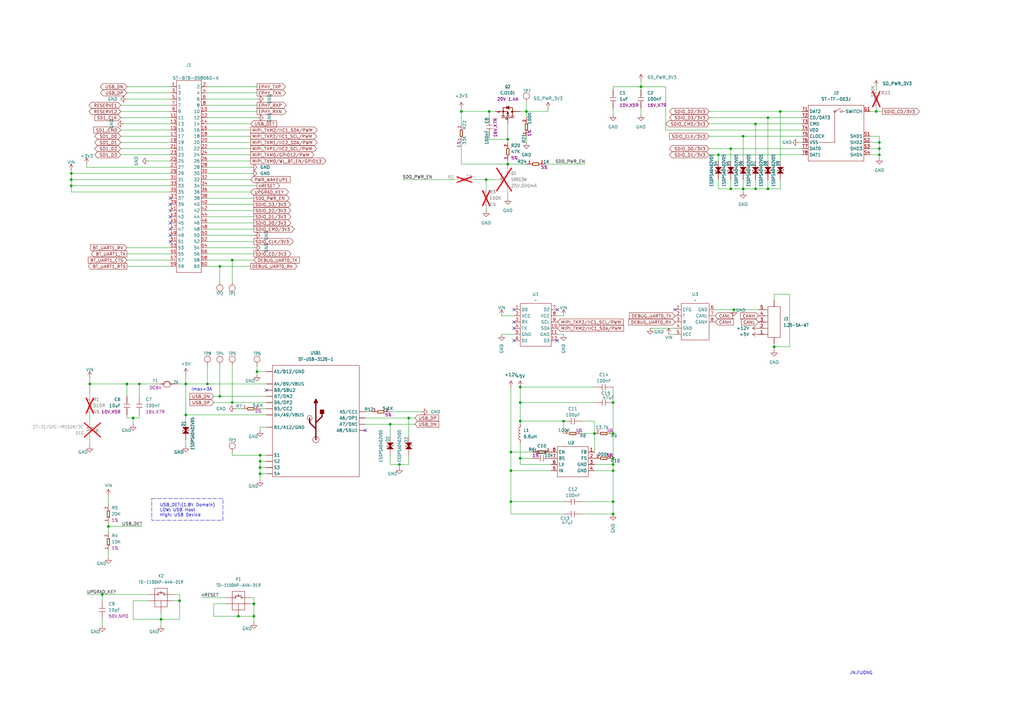
<source format=kicad_sch>
(kicad_sch (version 20231120) (generator "eeschema") (generator_version "8.0")
  (paper "A3")
  (lib_symbols
    (symbol "Connector:TTL-CAN"
      (property "Reference" "U" (at 0 0 0))
      (symbol "TTL-CAN_1_1"
        (pin free line (at -2.54 -2.54 0) (length 2.54) (name "CFG") (number "1"))
        (pin free line (at -2.54 -5.08 0) (length 2.54) (name "T") (number "2"))
        (pin free line (at -2.54 -7.62 0) (length 2.54) (name "R") (number "3"))
        (pin free line (at -2.54 -10.16 0) (length 2.54) (name "GND") (number "4"))
        (pin free line (at -2.54 -12.7 0) (length 2.54) (name "VCC") (number "5"))
        (pin free line (at 13.97 -2.54 180) (length 2.54) (name "GND") (number "6"))
        (pin free line (at 13.97 -5.08 180) (length 2.54) (name "CANL") (number "7"))
        (pin free line (at 13.97 -7.62 180) (length 2.54) (name "CANH") (number "8"))
      )
    )
    (symbol "Converter_DCDC:SY8303AIC"
      (property "Reference" "U" (at -0.508 1.016 0))
      (symbol "SY8303AIC_1_1"
        (pin input line (at -2.54 -10.16 0) (length 2.54) (name "FB") (number "1"))
        (pin free line (at -2.54 -7.62 0) (length 2.54) (name "FS") (number "2"))
        (pin free line (at -2.54 -5.08 0) (length 2.54) (name "GND") (number "3"))
        (pin free line (at -2.54 -2.54 0) (length 2.54) (name "GND") (number "4"))
        (pin input line (at 15.24 -2.54 180) (length 2.54) (name "IN") (number "5"))
        (pin free line (at 15.24 -5.08 180) (length 2.54) (name "LX") (number "6"))
        (pin free line (at 15.24 -7.62 180) (length 2.54) (name "BS") (number "7"))
        (pin free line (at 15.24 -10.16 180) (length 2.54) (name "EN") (number "8"))
      )
    )
    (symbol "Device:L" (pin_numbers hide) (pin_names (offset 1.016) hide)
      (property "Reference" "L" (at -1.27 0 90))
      (property "Value" "L" (at 1.905 0 90))
      (symbol "L_1_1"
        (pin passive line (at 0 3.81 270) (length 1.27) (name "1") (number "1"))
        (pin passive line (at 0 -3.81 90) (length 1.27) (name "2") (number "2"))
      )
    )
    (symbol "P & G:+3V3" (power) (pin_names (offset 0))
      (property "Value" "+3V3" (at 0 3.556 0))
      (symbol "+3V3_1_1"
        (pin power_in line (at 0 0 90) (length 0) hide (name "+3V3") (number "1"))
      )
    )
    (symbol "P & G:+5V" (power) (pin_names (offset 0))
      (property "Value" "+5V" (at 0 3.556 0))
      (symbol "+5V_1_1"
        (pin power_in line (at 0 0 90) (length 0) hide (name "+5V") (number "1"))
      )
    )
    (symbol "P & G:GND" (power) (pin_names (offset 0))
      (property "Value" "GND" (at 0 -3.81 0))
      (symbol "GND_1_1"
        (pin power_in line (at 0 0 270) (length 0) hide (name "GND") (number "1"))
      )
    )
    (symbol "Seeed_libdb:Misc/TP-80X40MIL"
      (property "Reference" "TP" (at -2.54 0 0))
      (property "Value" "Test Point" (at 5.08 0 0))
      (symbol "Misc/TP-80X40MIL_1_0"
        (pin passive line (at -2.54 0 0) (length 0) (name "T") (number "1"))
      )
    )
    (symbol "Sensor_Motion:WT9011G4K"
      (property "Reference" "U" (at -0.508 0.762 0))
      (symbol "WT9011G4K_1_1"
        (pin input line (at -2.54 -2.54 0) (length 2.54) (name "D0") (number "1"))
        (pin free line (at 15.24 -10.16 180) (length 2.54) (name "SDA") (number "10"))
        (pin free line (at 15.24 -12.7 180) (length 2.54) (name "GND") (number "11"))
        (pin free line (at 15.24 -15.24 180) (length 2.54) (name "D3") (number "12"))
        (pin input line (at -2.54 -5.08 0) (length 2.54) (name "VCC") (number "2"))
        (pin free line (at -2.54 -7.62 0) (length 2.54) (name "RX") (number "3"))
        (pin free line (at -2.54 -10.16 0) (length 2.54) (name "TX") (number "4"))
        (pin free line (at -2.54 -12.7 0) (length 2.54) (name "GND") (number "5"))
        (pin free line (at -2.54 -15.24 0) (length 2.54) (name "D1") (number "6"))
        (pin free line (at 15.24 -2.54 180) (length 2.54) (name "D2") (number "7"))
        (pin free line (at 15.24 -5.08 180) (length 2.54) (name "VCC") (number "8"))
        (pin free line (at 15.24 -7.62 180) (length 2.54) (name "SCL") (number "9"))
      )
    )
    (symbol "Switch/311990111_1"
      (property "Reference" "K" (at -2.54 5.08 0))
      (property "Value" "TD-1100AP-A4N-D1R" (at -2.54 3.81 0))
      (symbol "Switch/311990111_1_1_0"
        (pin passive line (at -5.08 1.27 0) (length 2.54) (name "1") (number "1"))
        (pin passive line (at 5.08 1.27 180) (length 2.54) (name "2") (number "2"))
        (pin passive line (at -5.08 -1.27 0) (length 2.54) (name "S1") (number "S1"))
        (pin passive line (at 0 -6.35 90) (length 2.54) (name "S2") (number "S2"))
        (pin passive line (at 5.08 -1.27 180) (length 2.54) (name "S3") (number "S3"))
      )
    )
    (symbol "libdb:Capacitors/302010001" (pin_numbers hide) (pin_names hide)
      (property "Reference" "C" (at 3.175 0 0))
      (property "Value" "10pF" (at 5.715 -1.905 0))
      (property "Voltage Rating" "50V,NPO" (at 0 0 0))
      (symbol "Capacitors/302010001_1_1"
        (pin passive line (at 0 3.81 270) (length 2.54) (name "1") (number "1"))
        (pin passive line (at 0 -3.81 90) (length 2.54) (name "2") (number "2"))
      )
    )
    (symbol "libdb:Capacitors/302010004" (pin_numbers hide) (pin_names hide)
      (property "Reference" "C" (at 3.175 0 0))
      (property "Value" "100nF" (at 5.715 -1.905 0))
      (property "Voltage Rating" "16V,X7R" (at 0 0 0))
      (symbol "Capacitors/302010004_1_1"
        (pin passive line (at 0 3.81 270) (length 2.54) (name "1") (number "1"))
        (pin passive line (at 0 -3.81 90) (length 2.54) (name "2") (number "2"))
      )
    )
    (symbol "libdb:Capacitors/302010040" (pin_numbers hide) (pin_names hide)
      (property "Reference" "C" (at 3.175 0 0))
      (property "Value" "1uF" (at 5.715 -1.905 0))
      (property "Voltage Rating" "10V,X5R" (at 0 0 0))
      (symbol "Capacitors/302010040_1_1"
        (pin passive line (at 0 3.81 270) (length 2.54) (name "1") (number "1"))
        (pin passive line (at 0 -3.81 90) (length 2.54) (name "2") (number "2"))
      )
    )
    (symbol "libdb:Capacitors/302010103" (pin_numbers hide) (pin_names hide)
      (property "Reference" "C" (at 3.175 0 0))
      (property "Value" "10uF" (at 5.715 -1.905 0))
      (property "Voltage Rating" "10V,X5R" (at 0 0 0))
      (symbol "Capacitors/302010103_1_1"
        (pin passive line (at 0 3.81 270) (length 2.54) (name "1") (number "1"))
        (pin passive line (at 0 -3.81 90) (length 2.54) (name "2") (number "2"))
      )
    )
    (symbol "libdb:Connector/320090000"
      (property "Reference" "J" (at -8.89 13.97 0))
      (property "Value" "ST-TF-003J" (at 10.16 12.7 0))
      (symbol "Connector/320090000_1_1"
        (pin passive line (at 15.24 8.89 180) (length 2.54) (name "SWITCH") (number "G1"))
        (pin passive line (at 15.24 -1.27 180) (length 2.54) (name "SHD1") (number "S1"))
        (pin passive line (at 15.24 -3.81 180) (length 2.54) (name "SHD2") (number "S2"))
        (pin passive line (at 15.24 -6.35 180) (length 2.54) (name "SHD3") (number "S3"))
        (pin passive line (at 15.24 -8.89 180) (length 2.54) (name "SHD4") (number "S4"))
        (pin passive line (at -12.7 8.89 0) (length 2.54) (name "DAT2") (number "T1"))
        (pin passive line (at -12.7 6.35 0) (length 2.54) (name "CD/DAT3") (number "T2"))
        (pin passive line (at -12.7 3.81 0) (length 2.54) (name "CMD") (number "T3"))
        (pin passive line (at -12.7 1.27 0) (length 2.54) (name "VDD") (number "T4"))
        (pin passive line (at -12.7 -1.27 0) (length 2.54) (name "CLOCK") (number "T5"))
        (pin passive line (at -12.7 -3.81 0) (length 2.54) (name "VSS") (number "T6"))
        (pin passive line (at -12.7 -6.35 0) (length 2.54) (name "DAT0") (number "T7"))
        (pin passive line (at -12.7 -8.89 0) (length 2.54) (name "DAT1") (number "T8"))
      )
    )
    (symbol "libdb:Connector/320112110"
      (property "Reference" "J" (at -2.54 5.08 0))
      (property "Value" "1.25-5A-WT" (at -2.54 3.81 0))
      (symbol "Connector/320112110_1_0"
        (pin passive line (at 6.35 2.54 180) (length 2.54) (name "1") (number "1"))
        (pin passive line (at 6.35 0 180) (length 2.54) (name "2") (number "2"))
        (pin passive line (at 6.35 -2.54 180) (length 2.54) (name "3") (number "3"))
        (pin passive line (at 6.35 -5.08 180) (length 2.54) (name "4") (number "4"))
        (pin passive line (at 6.35 -7.62 180) (length 2.54) (name "5") (number "5"))
        (pin passive line (at 0 6.35 270) (length 2.54) (name "6") (number "6"))
        (pin passive line (at 0 -11.43 90) (length 2.54) (name "7") (number "7"))
      )
    )
    (symbol "libdb:Connector/320210641"
      (property "Reference" "J" (at -4.826 42.164 0))
      (property "Value" "ST-BTB-058060-A" (at -2.794 40.386 0))
      (symbol "Connector/320210641_1_0"
        (pin passive line (at 7.62 -26.67 180) (length 2.54) (name "51") (number "51"))
        (pin passive line (at -7.62 -26.67 0) (length 2.54) (name "52") (number "52"))
        (pin passive line (at 7.62 -29.21 180) (length 2.54) (name "53") (number "53"))
        (pin passive line (at -7.62 -29.21 0) (length 2.54) (name "54") (number "54"))
        (pin passive line (at 7.62 -31.75 180) (length 2.54) (name "55") (number "55"))
        (pin passive line (at -7.62 -31.75 0) (length 2.54) (name "56") (number "56"))
        (pin passive line (at 7.62 -34.29 180) (length 2.54) (name "57") (number "57"))
        (pin passive line (at -7.62 -34.29 0) (length 2.54) (name "58") (number "58"))
        (pin passive line (at 7.62 -36.83 180) (length 2.54) (name "59") (number "59"))
        (pin passive line (at -7.62 -36.83 0) (length 2.54) (name "60") (number "60"))
      )
      (symbol "Connector/320210641_1_1"
        (pin passive line (at 7.62 36.83 180) (length 2.54) (name "1") (number "1"))
        (pin passive line (at -7.62 26.67 0) (length 2.54) (name "10") (number "10"))
        (pin passive line (at 7.62 24.13 180) (length 2.54) (name "11") (number "11"))
        (pin passive line (at -7.62 24.13 0) (length 2.54) (name "12") (number "12"))
        (pin passive line (at 7.62 21.59 180) (length 2.54) (name "13") (number "13"))
        (pin passive line (at -7.62 21.59 0) (length 2.54) (name "14") (number "14"))
        (pin passive line (at 7.62 19.05 180) (length 2.54) (name "15") (number "15"))
        (pin passive line (at -7.62 19.05 0) (length 2.54) (name "16") (number "16"))
        (pin passive line (at 7.62 16.51 180) (length 2.54) (name "17") (number "17"))
        (pin passive line (at -7.62 16.51 0) (length 2.54) (name "18") (number "18"))
        (pin passive line (at 7.62 13.97 180) (length 2.54) (name "19") (number "19"))
        (pin passive line (at -7.62 36.83 0) (length 2.54) (name "2") (number "2"))
        (pin passive line (at -7.62 13.97 0) (length 2.54) (name "20") (number "20"))
        (pin passive line (at 7.62 11.43 180) (length 2.54) (name "21") (number "21"))
        (pin passive line (at -7.62 11.43 0) (length 2.54) (name "22") (number "22"))
        (pin passive line (at 7.62 8.89 180) (length 2.54) (name "23") (number "23"))
        (pin passive line (at -7.62 8.89 0) (length 2.54) (name "24") (number "24"))
        (pin passive line (at 7.62 6.35 180) (length 2.54) (name "25") (number "25"))
        (pin passive line (at -7.62 6.35 0) (length 2.54) (name "26") (number "26"))
        (pin passive line (at 7.62 3.81 180) (length 2.54) (name "27") (number "27"))
        (pin passive line (at -7.62 3.81 0) (length 2.54) (name "28") (number "28"))
        (pin passive line (at 7.62 1.27 180) (length 2.54) (name "29") (number "29"))
        (pin passive line (at 7.62 34.29 180) (length 2.54) (name "3") (number "3"))
        (pin passive line (at -7.62 1.27 0) (length 2.54) (name "30") (number "30"))
        (pin passive line (at 7.62 -1.27 180) (length 2.54) (name "31") (number "31"))
        (pin passive line (at -7.62 -1.27 0) (length 2.54) (name "32") (number "32"))
        (pin passive line (at 7.62 -3.81 180) (length 2.54) (name "33") (number "33"))
        (pin passive line (at -7.62 -3.81 0) (length 2.54) (name "34") (number "34"))
        (pin passive line (at 7.62 -6.35 180) (length 2.54) (name "35") (number "35"))
        (pin passive line (at -7.62 -6.35 0) (length 2.54) (name "36") (number "36"))
        (pin passive line (at 7.62 -8.89 180) (length 2.54) (name "37") (number "37"))
        (pin passive line (at -7.62 -8.89 0) (length 2.54) (name "38") (number "38"))
        (pin passive line (at 7.62 -11.43 180) (length 2.54) (name "39") (number "39"))
        (pin passive line (at -7.62 34.29 0) (length 2.54) (name "4") (number "4"))
        (pin passive line (at -7.62 -11.43 0) (length 2.54) (name "40") (number "40"))
        (pin passive line (at 7.62 -13.97 180) (length 2.54) (name "41") (number "41"))
        (pin passive line (at -7.62 -13.97 0) (length 2.54) (name "42") (number "42"))
        (pin passive line (at 7.62 -16.51 180) (length 2.54) (name "43") (number "43"))
        (pin passive line (at -7.62 -16.51 0) (length 2.54) (name "44") (number "44"))
        (pin passive line (at 7.62 -19.05 180) (length 2.54) (name "45") (number "45"))
        (pin passive line (at -7.62 -19.05 0) (length 2.54) (name "46") (number "46"))
        (pin passive line (at 7.62 -21.59 180) (length 2.54) (name "47") (number "47"))
        (pin passive line (at -7.62 -21.59 0) (length 2.54) (name "48") (number "48"))
        (pin passive line (at 7.62 -24.13 180) (length 2.54) (name "49") (number "49"))
        (pin passive line (at 7.62 31.75 180) (length 2.54) (name "5") (number "5"))
        (pin passive line (at -7.62 -24.13 0) (length 2.54) (name "50") (number "50"))
        (pin passive line (at -7.62 31.75 0) (length 2.54) (name "6") (number "6"))
        (pin passive line (at 7.62 29.21 180) (length 2.54) (name "7") (number "7"))
        (pin passive line (at -7.62 29.21 0) (length 2.54) (name "8") (number "8"))
        (pin passive line (at 7.62 26.67 180) (length 2.54) (name "9") (number "9"))
      )
    )
    (symbol "libdb:Connector/ST-USB-3120-1"
      (property "Reference" "USB" (at -17.78 22.86 0))
      (property "Value" "ST-USB-3120-1" (at 12.7 22.86 0))
      (symbol "Connector/ST-USB-3120-1_1_0"
        (pin passive line (at -20.32 20.32 0) (length 2.54) (name "A1/B12/GND") (number "A1_B12"))
        (pin passive line (at -20.32 15.24 0) (length 2.54) (name "A4/B9/VBUS") (number "A4_B9"))
        (pin passive line (at 20.32 3.81 180) (length 2.54) (name "A5/CC1") (number "A5"))
        (pin passive line (at 20.32 1.27 180) (length 2.54) (name "A6/DP1") (number "A6"))
        (pin passive line (at 20.32 -1.27 180) (length 2.54) (name "A7/DN1") (number "A7"))
        (pin passive line (at 20.32 -3.81 180) (length 2.54) (name "A8/SBU1") (number "A8"))
        (pin passive line (at -20.32 -2.54 0) (length 2.54) (name "B1/A12/GND") (number "B1_A12"))
        (pin passive line (at -20.32 2.54 0) (length 2.54) (name "B4/A9/VBUS") (number "B4_A9"))
        (pin passive line (at -20.32 5.08 0) (length 2.54) (name "B5/CC2") (number "B5"))
        (pin passive line (at -20.32 7.62 0) (length 2.54) (name "B6/DP2") (number "B6"))
        (pin passive line (at -20.32 10.16 0) (length 2.54) (name "B7/DN2") (number "B7"))
        (pin passive line (at -20.32 12.7 0) (length 2.54) (name "B8/SBU2") (number "B8"))
        (pin passive line (at -20.32 -13.97 0) (length 2.54) (name "S1") (number "S1"))
        (pin passive line (at -20.32 -16.51 0) (length 2.54) (name "S2") (number "S2"))
        (pin passive line (at -20.32 -19.05 0) (length 2.54) (name "S3") (number "S3"))
        (pin passive line (at -20.32 -21.59 0) (length 2.54) (name "S4") (number "S4"))
      )
    )
    (symbol "libdb:Diode/304060074"
      (property "Reference" "D" (at -1.905 1.27 0))
      (property "Value" "ESDPSA0402V05" (at 1.27 1.27 0))
      (symbol "Diode/304060074_1_0"
        (pin passive line (at -3.81 0 0) (length 2.54) (name "1") (number "1"))
        (pin passive line (at 3.81 0 180) (length 2.54) (name "2") (number "2"))
      )
    )
    (symbol "libdb:Diode/304090030"
      (property "Reference" "D" (at -2.032 1.016 0))
      (property "Value" "27-21/GHC-YR1S2M/3C" (at 1.397 0.889 0))
      (symbol "Diode/304090030_1_0"
        (pin passive line (at -2.54 0 0) (length 2.54) (name "+") (number "1"))
        (pin passive line (at 3.81 0 180) (length 2.54) (name "-") (number "2"))
      )
    )
    (symbol "libdb:Fuse/307010043"
      (property "Reference" "F" (at -3.81 0.635 0))
      (property "Value" "2A" (at 0.635 0.635 0))
      (property "Rating" "DC6V" (at 0 0 0))
      (symbol "Fuse/307010043_1_0"
        (pin passive line (at -5.08 0 0) (length 2.54) (name "1") (number "1"))
        (pin passive line (at 5.08 0 180) (length 2.54) (name "2") (number "2"))
      )
    )
    (symbol "libdb:Misc/TP35C_SMD"
      (property "Reference" "TP" (at -2.54 0 0))
      (property "Value" "Test Point" (at 5.08 0 0))
      (symbol "Misc/TP35C_SMD_1_0"
        (pin passive line (at -2.54 0 0) (length 0) (name "T") (number "1"))
      )
    )
    (symbol "libdb:Mosfet/305030084"
      (property "Reference" "Q" (at -2.54 2.54 0))
      (property "Value" "CJ2101" (at 0 2.54 0))
      (property "Rating" "20V 1.4A" (at 0 0 0))
      (symbol "Mosfet/305030084_1_0"
        (text "D" (at -0.635 2.2225 0) (effects (font (size 0.8128 0.6908)) (justify left bottom)))
        (text "G" (at -3.4925 0 0) (effects (font (size 0.8128 0.6908)) (justify left bottom)))
        (text "S" (at -0.635 -3.175 0) (effects (font (size 0.8128 0.6908)) (justify left bottom)))
        (pin passive line (at -5.08 0 0) (length 2.54) (name "G") (number "1"))
        (pin passive line (at 0 -5.08 90) (length 2.54) (name "S") (number "2"))
        (pin passive line (at 0 5.08 270) (length 2.54) (name "D") (number "3"))
      )
    )
    (symbol "libdb:Resistors/301010005" (pin_names (offset 1.016))
      (property "Reference" "R" (at -1.905 0.635 0))
      (property "Value" "47K" (at 0.635 0.635 0))
      (property "Power Rating" "5%" (at 0 0 0))
      (symbol "Resistors/301010005_0_0"
        (pin passive line (at -3.81 0 0) (length 2.54) (name "~") (number "1"))
        (pin passive line (at 3.81 0 180) (length 2.54) (name "~") (number "2"))
      )
    )
    (symbol "libdb:Resistors/301010006" (pin_names (offset 1.016))
      (property "Reference" "R" (at -1.905 0.635 0))
      (property "Value" "1K" (at 0.635 0.635 0))
      (property "Power Rating" "5%" (at 0 0 0))
      (symbol "Resistors/301010006_0_0"
        (pin passive line (at -3.81 0 0) (length 2.54) (name "~") (number "1"))
        (pin passive line (at 3.81 0 180) (length 2.54) (name "~") (number "2"))
      )
    )
    (symbol "libdb:Resistors/301010017" (pin_names (offset 1.016))
      (property "Reference" "R" (at -1.905 0.635 0))
      (property "Value" "5.1K" (at 0.635 0.635 0))
      (property "Power Rating" "5%" (at 0 0 0))
      (symbol "Resistors/301010017_0_0"
        (pin passive line (at -3.81 0 0) (length 2.54) (name "~") (number "1"))
        (pin passive line (at 3.81 0 180) (length 2.54) (name "~") (number "2"))
      )
    )
    (symbol "libdb:Resistors/301010047" (pin_names (offset 1.016))
      (property "Reference" "R" (at -1.905 0.635 0))
      (property "Value" "10K" (at 0.635 0.635 0))
      (property "Power Rating" "1%" (at 0 0 0))
      (symbol "Resistors/301010047_0_0"
        (pin passive line (at -3.81 0 0) (length 2.54) (name "~") (number "1"))
        (pin passive line (at 3.81 0 180) (length 2.54) (name "~") (number "2"))
      )
    )
    (symbol "libdb:Resistors/301010050" (pin_names (offset 1.016))
      (property "Reference" "R" (at -1.905 0.635 0))
      (property "Value" "510R" (at 0.635 0.635 0))
      (property "Power Rating" "5%" (at 0 0 0))
      (symbol "Resistors/301010050_0_0"
        (pin passive line (at -3.81 0 0) (length 2.54) (name "~") (number "1"))
        (pin passive line (at 3.81 0 180) (length 2.54) (name "~") (number "2"))
      )
    )
    (symbol "libdb:Resistors/301010072" (pin_names (offset 1.016))
      (property "Reference" "R" (at -1.905 0.635 0))
      (property "Value" "20K" (at 0.635 0.635 0))
      (property "Power Rating" "1%" (at 0 0 0))
      (symbol "Resistors/301010072_0_0"
        (pin passive line (at -3.81 0 0) (length 2.54) (name "~") (number "1"))
        (pin passive line (at 3.81 0 180) (length 2.54) (name "~") (number "2"))
      )
    )
    (symbol "libdb:Resistors/301010441" (pin_names (offset 1.016))
      (property "Reference" "R" (at -1.905 0.635 0))
      (property "Value" "33K" (at 0.635 0.635 0))
      (property "Power Rating" "1%" (at 0 0 0))
      (symbol "Resistors/301010441_0_0"
        (pin passive line (at -3.81 0 0) (length 2.54) (name "~") (number "1"))
        (pin passive line (at 3.81 0 180) (length 2.54) (name "~") (number "2"))
      )
    )
    (symbol "libdb:Resistors/301010456" (pin_names (offset 1.016))
      (property "Reference" "R" (at -1.905 0.635 0))
      (property "Value" "100K" (at 0.635 0.635 0))
      (property "Power Rating" "1%" (at 0 0 0))
      (symbol "Resistors/301010456_0_0"
        (pin passive line (at -3.81 0 0) (length 2.54) (name "~") (number "1"))
        (pin passive line (at 3.81 0 180) (length 2.54) (name "~") (number "2"))
      )
    )
    (symbol "libdb:Switch/311990111"
      (property "Reference" "K" (at -2.54 5.08 0))
      (property "Value" "TD-1100AP-A4N-D1R" (at -2.54 3.81 0))
      (symbol "Switch/311990111_1_0"
        (pin passive line (at -5.08 1.27 0) (length 2.54) (name "1") (number "1"))
        (pin passive line (at 5.08 1.27 180) (length 2.54) (name "2") (number "2"))
        (pin passive line (at -5.08 -1.27 0) (length 2.54) (name "S1") (number "S1"))
        (pin passive line (at 0 -6.35 90) (length 2.54) (name "S2") (number "S2"))
        (pin passive line (at 5.08 -1.27 180) (length 2.54) (name "S3") (number "S3"))
      )
    )
    (symbol "libdb:Transistor/305010001"
      (property "Reference" "Q" (at -2.54 1.27 0))
      (property "Value" "S9013W" (at 0 1.27 0))
      (property "Rating" "25V,500mA" (at 0 0 0))
      (symbol "Transistor/305010001_1_0"
        (text "B" (at -0.635 0 0) (effects (font (size 0.635 0.5397)) (justify left bottom)))
        (text "C" (at 1.905 2.54 0) (effects (font (size 0.635 0.5397)) (justify left bottom)))
        (text "E" (at 1.905 -3.175 0) (effects (font (size 0.635 0.5397)) (justify left bottom)))
        (pin passive line (at -2.54 0 0) (length 2.54) (name "B") (number "1"))
        (pin passive line (at 2.54 -5.08 90) (length 2.54) (name "E") (number "2"))
        (pin passive line (at 2.54 5.08 270) (length 2.54) (name "C") (number "3"))
      )
    )
    (symbol "power:+12V" (power) (pin_numbers hide) (pin_names (offset 0) hide)
      (property "Value" "+12V" (at 0 3.556 0))
      (symbol "+12V_1_1"
        (pin power_in line (at 0 0 90) (length 0) (name "~") (number "1"))
      )
    )
  )
  (junction (at 213.36 172.72))
  (junction (at 251.46 165.1))
  (junction (at 360.68 58.42))
  (junction (at 215.9 45.72))
  (junction (at 209.55 185.42))
  (junction (at 97.79 252.73))
  (junction (at 95.25 165.1))
  (junction (at 304.8 55.88))
  (junction (at 243.84 177.8))
  (junction (at 294.64 63.5))
  (junction (at 104.14 247.65))
  (junction (at 209.55 193.04))
  (junction (at 213.36 187.96))
  (junction (at 76.2 170.18))
  (junction (at 85.09 157.48))
  (junction (at 251.46 210.82))
  (junction (at 41.91 243.84))
  (junction (at 29.21 71.12))
  (junction (at 299.72 60.96))
  (junction (at 359.41 45.72))
  (junction (at 209.55 205.74))
  (junction (at 189.23 45.72))
  (junction (at 44.45 215.9))
  (junction (at 160.02 173.99))
  (junction (at 320.04 45.72))
  (junction (at 163.83 190.5))
  (junction (at 167.64 171.45))
  (junction (at 106.68 194.31))
  (junction (at 213.36 158.75))
  (junction (at 360.68 63.5))
  (junction (at 106.68 191.77))
  (junction (at 262.89 35.56))
  (junction (at 104.14 252.73))
  (junction (at 52.07 157.48))
  (junction (at 251.46 193.04))
  (junction (at 90.17 162.56))
  (junction (at 304.8 77.47))
  (junction (at 90.17 109.22))
  (junction (at 106.68 189.23))
  (junction (at 309.88 77.47))
  (junction (at 300.99 127))
  (junction (at 360.68 60.96))
  (junction (at 314.96 48.26))
  (junction (at 106.68 186.69))
  (junction (at 66.04 254))
  (junction (at 251.46 205.74))
  (junction (at 76.2 157.48))
  (junction (at 54.61 171.45))
  (junction (at 309.88 50.8))
  (junction (at 251.46 187.96))
  (junction (at 29.21 73.66))
  (junction (at 199.39 73.66))
  (junction (at 29.21 76.2))
  (junction (at 251.46 177.8))
  (junction (at 200.66 45.72))
  (junction (at 105.41 152.4))
  (junction (at 208.28 57.15))
  (junction (at 36.83 157.48))
  (junction (at 73.66 246.38))
  (junction (at 251.46 190.5))
  (junction (at 299.72 77.47))
  (junction (at 317.5 142.24))
  (junction (at 213.36 165.1))
  (junction (at 95.25 106.68))
  (junction (at 231.14 172.72))
  (junction (at 314.96 77.47))
  (junction (at 208.28 67.31))
  (junction (at 57.15 157.48))
  (no_connect (at 210.82 127))
  (no_connect (at 69.85 81.28))
  (no_connect (at 69.85 93.98))
  (no_connect (at 149.86 176.53))
  (no_connect (at 69.85 86.36))
  (no_connect (at 210.82 139.7))
  (no_connect (at 210.82 132.08))
  (no_connect (at 69.85 83.82))
  (no_connect (at 69.85 91.44))
  (no_connect (at 276.86 127))
  (no_connect (at 228.6 139.7))
  (no_connect (at 228.6 127))
  (no_connect (at 69.85 88.9))
  (no_connect (at 109.22 160.02))
  (no_connect (at 69.85 99.06))
  (no_connect (at 69.85 96.52))
  (no_connect (at 210.82 134.62))
  (wire (pts (xy 328.93 53.34) (xy 273.05 53.34)))
  (wire (pts (xy 299.72 77.47) (xy 304.8 77.47)))
  (wire (pts (xy 29.21 71.12) (xy 29.21 73.66)))
  (wire (pts (xy 231.14 172.72) (xy 231.14 177.8)))
  (wire (pts (xy 299.72 60.96) (xy 299.72 66.04)))
  (wire (pts (xy 243.84 177.8) (xy 238.76 177.8)))
  (wire (pts (xy 231.14 210.82) (xy 209.55 210.82)))
  (wire (pts (xy 304.8 77.47) (xy 304.8 78.74)))
  (wire (pts (xy 104.14 93.98) (xy 85.09 93.98)))
  (wire (pts (xy 213.36 181.61) (xy 213.36 187.96)))
  (wire (pts (xy 273.05 35.56) (xy 262.89 35.56)))
  (wire (pts (xy 317.5 140.97) (xy 317.5 142.24)))
  (wire (pts (xy 209.55 185.42) (xy 209.55 193.04)))
  (wire (pts (xy 106.68 167.64) (xy 109.22 167.64)))
  (wire (pts (xy 76.2 180.34) (xy 76.2 182.88)))
  (wire (pts (xy 90.17 162.56) (xy 109.22 162.56)))
  (wire (pts (xy 90.17 109.22) (xy 102.87 109.22)))
  (wire (pts (xy 54.61 254) (xy 66.04 254)))
  (wire (pts (xy 41.91 243.84) (xy 41.91 246.38)))
  (wire (pts (xy 290.83 45.72) (xy 320.04 45.72)))
  (wire (pts (xy 105.41 152.4) (xy 105.41 153.67)))
  (wire (pts (xy 189.23 45.72) (xy 200.66 45.72)))
  (wire (pts (xy 85.09 71.12) (xy 102.87 71.12)))
  (wire (pts (xy 104.14 91.44) (xy 85.09 91.44)))
  (wire (pts (xy 49.53 45.72) (xy 69.85 45.72)))
  (wire (pts (xy 213.36 45.72) (xy 215.9 45.72)))
  (wire (pts (xy 57.15 157.48) (xy 57.15 162.56)))
  (wire (pts (xy 41.91 254) (xy 41.91 256.54)))
  (wire (pts (xy 317.5 120.65) (xy 323.85 120.65)))
  (wire (pts (xy 104.14 245.11) (xy 104.14 247.65)))
  (wire (pts (xy 320.04 45.72) (xy 320.04 66.04)))
  (wire (pts (xy 106.68 175.26) (xy 106.68 176.53)))
  (wire (pts (xy 356.87 60.96) (xy 360.68 60.96)))
  (wire (pts (xy 92.71 247.65) (xy 87.63 247.65)))
  (wire (pts (xy 209.55 205.74) (xy 231.14 205.74)))
  (wire (pts (xy 44.45 214.63) (xy 44.45 215.9)))
  (wire (pts (xy 294.64 63.5) (xy 328.93 63.5)))
  (wire (pts (xy 251.46 35.56) (xy 251.46 36.83)))
  (wire (pts (xy 44.45 226.06) (xy 44.45 228.6)))
  (wire (pts (xy 36.83 170.18) (xy 36.83 172.72)))
  (wire (pts (xy 209.55 210.82) (xy 209.55 205.74)))
  (wire (pts (xy 73.66 157.48) (xy 76.2 157.48)))
  (wire (pts (xy 290.83 55.88) (xy 304.8 55.88)))
  (wire (pts (xy 163.83 190.5) (xy 167.64 190.5)))
  (wire (pts (xy 359.41 44.45) (xy 359.41 45.72)))
  (wire (pts (xy 95.25 165.1) (xy 109.22 165.1)))
  (wire (pts (xy 95.25 149.86) (xy 95.25 165.1)))
  (wire (pts (xy 209.55 193.04) (xy 226.06 193.04)))
  (wire (pts (xy 304.8 55.88) (xy 304.8 66.04)))
  (wire (pts (xy 76.2 157.48) (xy 85.09 157.48)))
  (wire (pts (xy 359.41 35.56) (xy 359.41 36.83)))
  (wire (pts (xy 76.2 153.67) (xy 76.2 157.48)))
  (wire (pts (xy 95.25 106.68) (xy 95.25 115.57)))
  (wire (pts (xy 213.36 165.1) (xy 243.84 165.1)))
  (wire (pts (xy 90.17 149.86) (xy 90.17 162.56)))
  (wire (pts (xy 300.99 127) (xy 293.37 127)))
  (wire (pts (xy 226.06 190.5) (xy 213.36 190.5)))
  (wire (pts (xy 109.22 191.77) (xy 106.68 191.77)))
  (wire (pts (xy 85.09 149.86) (xy 85.09 157.48)))
  (wire (pts (xy 66.04 254) (xy 66.04 251.46)))
  (wire (pts (xy 238.76 210.82) (xy 251.46 210.82)))
  (wire (pts (xy 71.12 246.38) (xy 73.66 246.38)))
  (wire (pts (xy 251.46 158.75) (xy 251.46 165.1)))
  (wire (pts (xy 87.63 247.65) (xy 87.63 252.73)))
  (wire (pts (xy 243.84 158.75) (xy 213.36 158.75)))
  (wire (pts (xy 105.41 35.56) (xy 85.09 35.56)))
  (wire (pts (xy 104.14 88.9) (xy 85.09 88.9)))
  (wire (pts (xy 360.68 58.42) (xy 360.68 60.96)))
  (wire (pts (xy 105.41 43.18) (xy 85.09 43.18)))
  (wire (pts (xy 294.64 63.5) (xy 294.64 66.04)))
  (wire (pts (xy 356.87 58.42) (xy 360.68 58.42)))
  (wire (pts (xy 102.87 73.66) (xy 85.09 73.66)))
  (wire (pts (xy 231.14 129.54) (xy 228.6 129.54)))
  (wire (pts (xy 304.8 55.88) (xy 328.93 55.88)))
  (wire (pts (xy 52.07 38.1) (xy 69.85 38.1)))
  (wire (pts (xy 167.64 171.45) (xy 170.18 171.45)))
  (wire (pts (xy 160.02 186.69) (xy 160.02 190.5)))
  (wire (pts (xy 314.96 48.26) (xy 314.96 66.04)))
  (wire (pts (xy 104.14 86.36) (xy 85.09 86.36)))
  (wire (pts (xy 85.09 109.22) (xy 90.17 109.22)))
  (wire (pts (xy 215.9 45.72) (xy 215.9 48.26)))
  (wire (pts (xy 320.04 77.47) (xy 320.04 73.66)))
  (wire (pts (xy 356.87 45.72) (xy 359.41 45.72)))
  (wire (pts (xy 104.14 83.82) (xy 85.09 83.82)))
  (wire (pts (xy 29.21 71.12) (xy 69.85 71.12)))
  (wire (pts (xy 223.52 67.31) (xy 240.03 67.31)))
  (wire (pts (xy 102.87 58.42) (xy 85.09 58.42)))
  (wire (pts (xy 90.17 109.22) (xy 90.17 115.57)))
  (wire (pts (xy 199.39 85.09) (xy 199.39 86.36)))
  (wire (pts (xy 87.63 165.1) (xy 95.25 165.1)))
  (wire (pts (xy 309.88 73.66) (xy 309.88 77.47)))
  (wire (pts (xy 294.64 77.47) (xy 299.72 77.47)))
  (wire (pts (xy 76.2 170.18) (xy 76.2 157.48)))
  (wire (pts (xy 149.86 173.99) (xy 160.02 173.99)))
  (wire (pts (xy 106.68 189.23) (xy 106.68 191.77)))
  (wire (pts (xy 35.56 243.84) (xy 41.91 243.84)))
  (wire (pts (xy 323.85 142.24) (xy 317.5 142.24)))
  (wire (pts (xy 314.96 77.47) (xy 320.04 77.47)))
  (wire (pts (xy 215.9 45.72) (xy 224.79 45.72)))
  (wire (pts (xy 251.46 165.1) (xy 251.46 177.8)))
  (wire (pts (xy 104.14 252.73) (xy 104.14 247.65)))
  (wire (pts (xy 54.61 246.38) (xy 54.61 254)))
  (wire (pts (xy 66.04 254) (xy 66.04 256.54)))
  (wire (pts (xy 60.96 246.38) (xy 54.61 246.38)))
  (wire (pts (xy 290.83 63.5) (xy 294.64 63.5)))
  (wire (pts (xy 29.21 73.66) (xy 69.85 73.66)))
  (wire (pts (xy 97.79 252.73) (xy 104.14 252.73)))
  (wire (pts (xy 85.09 157.48) (xy 109.22 157.48)))
  (wire (pts (xy 251.46 177.8) (xy 251.46 187.96)))
  (wire (pts (xy 231.14 137.16) (xy 228.6 137.16)))
  (wire (pts (xy 102.87 53.34) (xy 85.09 53.34)))
  (wire (pts (xy 41.91 243.84) (xy 60.96 243.84)))
  (wire (pts (xy 317.5 142.24) (xy 317.5 143.51)))
  (wire (pts (xy 189.23 44.45) (xy 189.23 45.72)))
  (wire (pts (xy 96.52 167.64) (xy 99.06 167.64)))
  (wire (pts (xy 309.88 77.47) (xy 314.96 77.47)))
  (wire (pts (xy 163.83 190.5) (xy 163.83 191.77)))
  (wire (pts (xy 327.66 58.42) (xy 328.93 58.42)))
  (wire (pts (xy 104.14 247.65) (xy 102.87 247.65)))
  (wire (pts (xy 54.61 171.45) (xy 57.15 171.45)))
  (wire (pts (xy 356.87 63.5) (xy 360.68 63.5)))
  (wire (pts (xy 209.55 193.04) (xy 209.55 205.74)))
  (wire (pts (xy 85.09 66.04) (xy 102.87 66.04)))
  (wire (pts (xy 106.68 191.77) (xy 106.68 194.31)))
  (wire (pts (xy 104.14 81.28) (xy 85.09 81.28)))
  (wire (pts (xy 29.21 69.85) (xy 29.21 71.12)))
  (wire (pts (xy 304.8 73.66) (xy 304.8 77.47)))
  (wire (pts (xy 262.89 44.45) (xy 262.89 46.99)))
  (wire (pts (xy 87.63 162.56) (xy 90.17 162.56)))
  (wire (pts (xy 105.41 40.64) (xy 85.09 40.64)))
  (wire (pts (xy 104.14 252.73) (xy 104.14 255.27)))
  (wire (pts (xy 167.64 190.5) (xy 167.64 186.69)))
  (wire (pts (xy 109.22 175.26) (xy 106.68 175.26)))
  (wire (pts (xy 95.25 186.69) (xy 95.25 185.42)))
  (wire (pts (xy 35.56 67.31) (xy 35.56 68.58)))
  (wire (pts (xy 290.83 48.26) (xy 314.96 48.26)))
  (wire (pts (xy 44.45 215.9) (xy 44.45 218.44)))
  (wire (pts (xy 251.46 187.96) (xy 251.46 190.5)))
  (wire (pts (xy 243.84 177.8) (xy 243.84 185.42)))
  (wire (pts (xy 85.09 68.58) (xy 102.87 68.58)))
  (wire (pts (xy 52.07 170.18) (xy 52.07 171.45)))
  (wire (pts (xy 309.88 50.8) (xy 309.88 66.04)))
  (wire (pts (xy 95.25 106.68) (xy 104.14 106.68)))
  (wire (pts (xy 213.36 173.99) (xy 213.36 172.72)))
  (wire (pts (xy 57.15 171.45) (xy 57.15 170.18)))
  (wire (pts (xy 189.23 67.31) (xy 208.28 67.31)))
  (wire (pts (xy 251.46 210.82) (xy 251.46 205.74)))
  (wire (pts (xy 71.12 243.84) (xy 73.66 243.84)))
  (wire (pts (xy 208.28 57.15) (xy 208.28 58.42)))
  (wire (pts (xy 49.53 58.42) (xy 69.85 58.42)))
  (wire (pts (xy 73.66 254) (xy 66.04 254)))
  (wire (pts (xy 273.05 53.34) (xy 273.05 35.56)))
  (wire (pts (xy 52.07 106.68) (xy 69.85 106.68)))
  (wire (pts (xy 314.96 48.26) (xy 328.93 48.26)))
  (wire (pts (xy 200.66 45.72) (xy 200.66 48.26)))
  (wire (pts (xy 251.46 190.5) (xy 251.46 193.04)))
  (wire (pts (xy 208.28 78.74) (xy 208.28 81.28)))
  (wire (pts (xy 73.66 243.84) (xy 73.66 246.38)))
  (wire (pts (xy 360.68 55.88) (xy 360.68 58.42)))
  (wire (pts (xy 189.23 45.72) (xy 189.23 50.8)))
  (wire (pts (xy 320.04 45.72) (xy 328.93 45.72)))
  (wire (pts (xy 105.41 149.86) (xy 105.41 152.4)))
  (wire (pts (xy 238.76 205.74) (xy 251.46 205.74)))
  (wire (pts (xy 215.9 55.88) (xy 215.9 58.42)))
  (wire (pts (xy 208.28 50.8) (xy 208.28 57.15)))
  (wire (pts (xy 262.89 33.02) (xy 262.89 35.56)))
  (wire (pts (xy 274.32 137.16) (xy 276.86 137.16)))
  (wire (pts (xy 49.53 55.88) (xy 69.85 55.88)))
  (wire (pts (xy 149.86 168.91) (xy 152.4 168.91)))
  (wire (pts (xy 213.36 172.72) (xy 213.36 165.1)))
  (wire (pts (xy 105.41 38.1) (xy 85.09 38.1)))
  (wire (pts (xy 95.25 186.69) (xy 106.68 186.69)))
  (wire (pts (xy 215.9 41.91) (xy 215.9 45.72)))
  (wire (pts (xy 105.41 76.2) (xy 85.09 76.2)))
  (wire (pts (xy 304.8 77.47) (xy 309.88 77.47)))
  (wire (pts (xy 102.87 245.11) (xy 104.14 245.11)))
  (wire (pts (xy 243.84 172.72) (xy 238.76 172.72)))
  (wire (pts (xy 160.02 190.5) (xy 163.83 190.5)))
  (wire (pts (xy 290.83 60.96) (xy 299.72 60.96)))
  (wire (pts (xy 106.68 186.69) (xy 106.68 189.23)))
  (wire (pts (xy 102.87 60.96) (xy 85.09 60.96)))
  (wire (pts (xy 87.63 252.73) (xy 97.79 252.73)))
  (wire (pts (xy 102.87 55.88) (xy 85.09 55.88)))
  (wire (pts (xy 52.07 162.56) (xy 52.07 157.48)))
  (wire (pts (xy 73.66 246.38) (xy 73.66 254)))
  (wire (pts (xy 60.96 66.04) (xy 69.85 66.04)))
  (wire (pts (xy 243.84 177.8) (xy 243.84 172.72)))
  (wire (pts (xy 200.66 55.88) (xy 200.66 57.15)))
  (wire (pts (xy 104.14 101.6) (xy 85.09 101.6)))
  (wire (pts (xy 52.07 35.56) (xy 69.85 35.56)))
  (wire (pts (xy 317.5 123.19) (xy 317.5 120.65)))
  (wire (pts (xy 314.96 73.66) (xy 314.96 77.47)))
  (wire (pts (xy 52.07 40.64) (xy 69.85 40.64)))
  (wire (pts (xy 189.23 58.42) (xy 189.23 67.31)))
  (wire (pts (xy 160.02 173.99) (xy 170.18 173.99)))
  (wire (pts (xy 213.36 158.75) (xy 213.36 165.1)))
  (wire (pts (xy 290.83 50.8) (xy 309.88 50.8)))
  (wire (pts (xy 85.09 106.68) (xy 95.25 106.68)))
  (wire (pts (xy 29.21 76.2) (xy 29.21 78.74)))
  (wire (pts (xy 309.88 50.8) (xy 328.93 50.8)))
  (wire (pts (xy 209.55 185.42) (xy 218.44 185.42)))
  (wire (pts (xy 104.14 99.06) (xy 85.09 99.06)))
  (wire (pts (xy 85.09 63.5) (xy 102.87 63.5)))
  (wire (pts (xy 167.64 171.45) (xy 167.64 179.07)))
  (wire (pts (xy 205.74 129.54) (xy 210.82 129.54)))
  (wire (pts (xy 109.22 170.18) (xy 76.2 170.18)))
  (wire (pts (xy 29.21 78.74) (xy 69.85 78.74)))
  (wire (pts (xy 323.85 120.65) (xy 323.85 142.24)))
  (wire (pts (xy 360.68 63.5) (xy 360.68 64.77)))
  (wire (pts (xy 105.41 48.26) (xy 85.09 48.26)))
  (wire (pts (xy 299.72 60.96) (xy 328.93 60.96)))
  (wire (pts (xy 36.83 157.48) (xy 52.07 157.48)))
  (wire (pts (xy 300.99 127) (xy 311.15 127)))
  (wire (pts (xy 213.36 187.96) (xy 218.44 187.96)))
  (wire (pts (xy 356.87 55.88) (xy 360.68 55.88)))
  (wire (pts (xy 44.45 215.9) (xy 58.42 215.9)))
  (wire (pts (xy 266.7 134.62) (xy 276.86 134.62)))
  (wire (pts (xy 35.56 68.58) (xy 69.85 68.58)))
  (wire (pts (xy 44.45 203.2) (xy 44.45 207.01)))
  (wire (pts (xy 194.31 73.66) (xy 199.39 73.66)))
  (wire (pts (xy 224.79 44.45) (xy 224.79 45.72)))
  (wire (pts (xy 109.22 194.31) (xy 106.68 194.31)))
  (wire (pts (xy 208.28 66.04) (xy 208.28 67.31)))
  (wire (pts (xy 205.74 137.16) (xy 210.82 137.16)))
  (wire (pts (xy 106.68 194.31) (xy 106.68 196.85)))
  (wire (pts (xy 160.02 173.99) (xy 160.02 179.07)))
  (wire (pts (xy 82.55 245.11) (xy 92.71 245.11)))
  (wire (pts (xy 251.46 193.04) (xy 243.84 193.04)))
  (wire (pts (xy 203.2 45.72) (xy 200.66 45.72)))
  (wire (pts (xy 29.21 76.2) (xy 69.85 76.2)))
  (wire (pts (xy 359.41 45.72) (xy 361.95 45.72)))
  (wire (pts (xy 213.36 190.5) (xy 213.36 187.96)))
  (wire (pts (xy 251.46 193.04) (xy 251.46 205.74)))
  (wire (pts (xy 52.07 157.48) (xy 57.15 157.48)))
  (wire (pts (xy 104.14 96.52) (xy 85.09 96.52)))
  (wire (pts (xy 109.22 189.23) (xy 106.68 189.23)))
  (wire (pts (xy 251.46 44.45) (xy 251.46 46.99)))
  (wire (pts (xy 262.89 35.56) (xy 251.46 35.56)))
  (wire (pts (xy 262.89 35.56) (xy 262.89 36.83)))
  (wire (pts (xy 76.2 170.18) (xy 76.2 172.72)))
  (wire (pts (xy 299.72 73.66) (xy 299.72 77.47)))
  (wire (pts (xy 52.07 171.45) (xy 54.61 171.45)))
  (wire (pts (xy 199.39 73.66) (xy 203.2 73.66)))
  (wire (pts (xy 251.46 190.5) (xy 243.84 190.5)))
  (wire (pts (xy 49.53 60.96) (xy 69.85 60.96)))
  (wire (pts (xy 36.83 179.07) (xy 36.83 182.88)))
  (wire (pts (xy 106.68 186.69) (xy 109.22 186.69)))
  (wire (pts (xy 57.15 157.48) (xy 63.5 157.48)))
  (wire (pts (xy 102.87 50.8) (xy 85.09 50.8)))
  (wire (pts (xy 209.55 158.75) (xy 209.55 185.42)))
  (wire (pts (xy 200.66 57.15) (xy 208.28 57.15)))
  (wire (pts (xy 36.83 154.94) (xy 36.83 157.48)))
  (wire (pts (xy 102.87 78.74) (xy 85.09 78.74)))
  (wire (pts (xy 213.36 172.72) (xy 231.14 172.72)))
  (wire (pts (xy 52.07 101.6) (xy 69.85 101.6)))
  (wire (pts (xy 49.53 48.26) (xy 69.85 48.26)))
  (wire (pts (xy 29.21 73.66) (xy 29.21 76.2)))
  (wire (pts (xy 49.53 53.34) (xy 69.85 53.34)))
  (wire (pts (xy 208.28 67.31) (xy 208.28 68.58)))
  (wire (pts (xy 199.39 73.66) (xy 199.39 77.47)))
  (wire (pts (xy 165.1 73.66) (xy 186.69 73.66)))
  (wire (pts (xy 105.41 45.72) (xy 85.09 45.72)))
  (wire (pts (xy 54.61 171.45) (xy 54.61 173.99)))
  (wire (pts (xy 360.68 60.96) (xy 360.68 63.5)))
  (wire (pts (xy 52.07 104.14) (xy 69.85 104.14)))
  (wire (pts (xy 149.86 171.45) (xy 167.64 171.45)))
  (wire (pts (xy 50.8 50.8) (xy 69.85 50.8)))
  (wire (pts (xy 208.28 67.31) (xy 215.9 67.31)))
  (wire (pts (xy 160.02 168.91) (xy 172.72 168.91)))
  (wire (pts (xy 69.85 43.18) (xy 49.53 43.18)))
  (wire (pts (xy 294.64 73.66) (xy 294.64 77.47)))
  (wire (pts (xy 49.53 63.5) (xy 69.85 63.5)))
  (wire (pts (xy 36.83 157.48) (xy 36.83 162.56)))
  (wire (pts (xy 109.22 152.4) (xy 105.41 152.4)))
  (wire (pts (xy 104.14 104.14) (xy 85.09 104.14)))
  (wire (pts (xy 52.07 109.22) (xy 69.85 109.22)))
  (rectangle (start 62.23 204.47) (end 91.44 213.36) (stroke (width 0) (type dash)))
  (text "JN.FUONG" (at 348.488 276.86 0) (effects (font (size 1.27 1.27)) (justify left bottom)))
  (text "USB_DET:(1.8V Domain)\nLOW: USB Host\nHigh: USB Device" (at 65.532 209.296 0) (effects (font (size 1.27 1.27)) (justify left)))
  (text "Imax=3A\n" (at 78.486 160.528 0) (effects (font (size 1.27 1.27)) (justify left bottom)))
  (label "SD0_PWR_EN" (at 240.03 67.31 180))
  (label "SD0_PWR_EN" (at 165.1 73.66 0))
  (label "nRESET" (at 82.55 245.11 0))
  (label "USB_DET" (at 58.42 215.9 180))
  (label "UPGRAD_KEY" (at 35.56 243.84 0))
  (global_label "EPHY_RXP" (shape output) (at 105.41 43.18 0) (property "Intersheetrefs" "${INTERSHEET_REFS}" (effects (hide yes))))
  (global_label "USB_DP" (shape input) (at 170.18 171.45 0) (property "Intersheetrefs" "${INTERSHEET_REFS}" (effects (hide yes))))
  (global_label "USB_DN" (shape input) (at 87.63 162.56 180) (property "Intersheetrefs" "${INTERSHEET_REFS}" (effects (hide yes))))
  (global_label "MIPI_TXP2{slash}IIC1_SCL{slash}PWM" (shape output) (at 102.87 55.88 0) (property "Intersheetrefs" "${INTERSHEET_REFS}" (effects (hide yes))))
  (global_label "MIPI_TXP1{slash}IIC2_SCL{slash}PWM" (shape output) (at 102.87 60.96 0) (property "Intersheetrefs" "${INTERSHEET_REFS}" (effects (hide yes))))
  (global_label "SDIO_CLK{slash}3V3" (shape input) (at 290.83 55.88 180) (property "Intersheetrefs" "${INTERSHEET_REFS}" (effects (hide yes))))
  (global_label "MIPI_TXM2{slash}IIC1_SDA{slash}PWM" (shape input) (at 228.6 134.62 0) (property "Intersheetrefs" "${INTERSHEET_REFS}" (effects (hide yes))))
  (global_label "MIPI_TXM2{slash}IIC1_SDA{slash}PWM" (shape output) (at 102.87 53.34 0) (property "Intersheetrefs" "${INTERSHEET_REFS}" (effects (hide yes))))
  (global_label "BT_UART1_RTS" (shape output) (at 52.07 109.22 180) (property "Intersheetrefs" "${INTERSHEET_REFS}" (effects (hide yes))))
  (global_label "CANL" (shape input) (at 311.15 132.08 180) (property "Intersheetrefs" "${INTERSHEET_REFS}" (effects (hide yes))))
  (global_label "USB_DN" (shape input) (at 170.18 173.99 0) (property "Intersheetrefs" "${INTERSHEET_REFS}" (effects (hide yes))))
  (global_label "BT_UART1_TX" (shape output) (at 52.07 104.14 180) (property "Intersheetrefs" "${INTERSHEET_REFS}" (effects (hide yes))))
  (global_label "DEBUG_UART0_RX" (shape input) (at 276.86 132.08 180) (property "Intersheetrefs" "${INTERSHEET_REFS}" (effects (hide yes))))
  (global_label "USB_DN" (shape bidirectional) (at 52.07 35.56 180) (property "Intersheetrefs" "${INTERSHEET_REFS}" (effects (hide yes))))
  (global_label "SDIO_D3{slash}3V3" (shape output) (at 104.14 83.82 0) (property "Intersheetrefs" "${INTERSHEET_REFS}" (effects (hide yes))))
  (global_label "MIPI_TXM1{slash}IIC2_SDA{slash}PWM" (shape output) (at 102.87 58.42 0) (property "Intersheetrefs" "${INTERSHEET_REFS}" (effects (hide yes))))
  (global_label "SDIO_CMD{slash}3V3" (shape bidirectional) (at 290.83 50.8 180) (property "Intersheetrefs" "${INTERSHEET_REFS}" (effects (hide yes))))
  (global_label "nRESET" (shape output) (at 105.41 76.2 0) (property "Intersheetrefs" "${INTERSHEET_REFS}" (effects (hide yes))))
  (global_label "SD1_D3" (shape bidirectional) (at 49.53 63.5 180) (property "Intersheetrefs" "${INTERSHEET_REFS}" (effects (hide yes))))
  (global_label "SD0_PWR_EN" (shape output) (at 104.14 81.28 0) (property "Intersheetrefs" "${INTERSHEET_REFS}" (effects (hide yes))))
  (global_label "RESERVE1" (shape bidirectional) (at 49.53 43.18 180) (property "Intersheetrefs" "${INTERSHEET_REFS}" (effects (hide yes))))
  (global_label "DEBUG_UART0_TX" (shape input) (at 276.86 129.54 180) (property "Intersheetrefs" "${INTERSHEET_REFS}" (effects (hide yes))))
  (global_label "SDIO_CMD{slash}3V3" (shape output) (at 104.14 93.98 0) (property "Intersheetrefs" "${INTERSHEET_REFS}" (effects (hide yes))))
  (global_label "DEBUG_UART0_RX" (shape output) (at 102.87 109.22 0) (property "Intersheetrefs" "${INTERSHEET_REFS}" (effects (hide yes))))
  (global_label "MIPI_TXM0{slash}WL_BT_EN{slash}GPIO13" (shape output) (at 102.87 66.04 0) (property "Intersheetrefs" "${INTERSHEET_REFS}" (effects (hide yes))))
  (global_label "SDIO_D1{slash}3V3" (shape output) (at 104.14 88.9 0) (property "Intersheetrefs" "${INTERSHEET_REFS}" (effects (hide yes))))
  (global_label "SDIO_CLK{slash}3V3" (shape output) (at 104.14 99.06 0) (property "Intersheetrefs" "${INTERSHEET_REFS}" (effects (hide yes))))
  (global_label "USB_DP" (shape bidirectional) (at 52.07 38.1 180) (property "Intersheetrefs" "${INTERSHEET_REFS}" (effects (hide yes))))
  (global_label "RESERVE2" (shape bidirectional) (at 49.53 45.72 180) (property "Intersheetrefs" "${INTERSHEET_REFS}" (effects (hide yes))))
  (global_label "USB_DET" (shape input) (at 102.87 50.8 0) (property "Intersheetrefs" "${INTERSHEET_REFS}" (effects (hide yes))))
  (global_label "SDIO_D1{slash}3V3" (shape bidirectional) (at 290.83 63.5 180) (property "Intersheetrefs" "${INTERSHEET_REFS}" (effects (hide yes))))
  (global_label "SDIO_D0{slash}3V3" (shape output) (at 104.14 91.44 0) (property "Intersheetrefs" "${INTERSHEET_REFS}" (effects (hide yes))))
  (global_label "SDIO_D0{slash}3V3" (shape bidirectional) (at 290.83 60.96 180) (property "Intersheetrefs" "${INTERSHEET_REFS}" (effects (hide yes))))
  (global_label "BT_UART1_RX" (shape input) (at 52.07 101.6 180) (property "Intersheetrefs" "${INTERSHEET_REFS}" (effects (hide yes))))
  (global_label "SDIO_D3{slash}3V3" (shape bidirectional) (at 290.83 48.26 180) (property "Intersheetrefs" "${INTERSHEET_REFS}" (effects (hide yes))))
  (global_label "BT_UART1_CTS" (shape input) (at 52.07 106.68 180) (property "Intersheetrefs" "${INTERSHEET_REFS}" (effects (hide yes))))
  (global_label "SD1_D0" (shape bidirectional) (at 49.53 55.88 180) (property "Intersheetrefs" "${INTERSHEET_REFS}" (effects (hide yes))))
  (global_label "SDIO_CD{slash}3V3" (shape output) (at 104.14 104.14 0) (property "Intersheetrefs" "${INTERSHEET_REFS}" (effects (hide yes))))
  (global_label "USB_DP" (shape input) (at 87.63 165.1 180) (property "Intersheetrefs" "${INTERSHEET_REFS}" (effects (hide yes))))
  (global_label "SDIO_D2{slash}3V3" (shape output) (at 104.14 86.36 0) (property "Intersheetrefs" "${INTERSHEET_REFS}" (effects (hide yes))))
  (global_label "SD1_CMD" (shape input) (at 49.53 53.34 180) (property "Intersheetrefs" "${INTERSHEET_REFS}" (effects (hide yes))))
  (global_label "SDIO_CD{slash}3V3" (shape output) (at 361.95 45.72 0) (property "Intersheetrefs" "${INTERSHEET_REFS}" (effects (hide yes))))
  (global_label "MIPI_TXP2{slash}IIC1_SCL{slash}PWM" (shape input) (at 228.6 132.08 0) (property "Intersheetrefs" "${INTERSHEET_REFS}" (effects (hide yes))))
  (global_label "DEBUG_UART0_TX" (shape input) (at 104.14 106.68 0) (property "Intersheetrefs" "${INTERSHEET_REFS}" (effects (hide yes))))
  (global_label "UPGRAD_KEY" (shape bidirectional) (at 102.87 78.74 0) (property "Intersheetrefs" "${INTERSHEET_REFS}" (effects (hide yes))))
  (global_label "EPHY_TXN" (shape output) (at 105.41 38.1 0) (property "Intersheetrefs" "${INTERSHEET_REFS}" (effects (hide yes))))
  (global_label "MIPI_TXM0{slash}GPIO12{slash}PWM" (shape output) (at 102.87 63.5 0) (property "Intersheetrefs" "${INTERSHEET_REFS}" (effects (hide yes))))
  (global_label "EPHY_TXP" (shape output) (at 105.41 35.56 0) (property "Intersheetrefs" "${INTERSHEET_REFS}" (effects (hide yes))))
  (global_label "CANH" (shape input) (at 293.37 132.08 0) (property "Intersheetrefs" "${INTERSHEET_REFS}" (effects (hide yes))))
  (global_label "SD1_CLK" (shape input) (at 49.53 48.26 180) (property "Intersheetrefs" "${INTERSHEET_REFS}" (effects (hide yes))))
  (global_label "PWR_WAKEUP1" (shape input) (at 102.87 73.66 0) (property "Intersheetrefs" "${INTERSHEET_REFS}" (effects (hide yes))))
  (global_label "CANL" (shape input) (at 293.37 129.54 0) (property "Intersheetrefs" "${INTERSHEET_REFS}" (effects (hide yes))))
  (global_label "SD1_D1" (shape bidirectional) (at 49.53 58.42 180) (property "Intersheetrefs" "${INTERSHEET_REFS}" (effects (hide yes))))
  (global_label "SDIO_D2{slash}3V3" (shape bidirectional) (at 290.83 45.72 180) (property "Intersheetrefs" "${INTERSHEET_REFS}" (effects (hide yes))))
  (global_label "EPHY_RXN" (shape output) (at 105.41 45.72 0) (property "Intersheetrefs" "${INTERSHEET_REFS}" (effects (hide yes))))
  (global_label "SD1_D2" (shape bidirectional) (at 49.53 60.96 180) (property "Intersheetrefs" "${INTERSHEET_REFS}" (effects (hide yes))))
  (global_label "CANH" (shape input) (at 311.15 129.54 180) (property "Intersheetrefs" "${INTERSHEET_REFS}" (effects (hide yes))))
  (symbol (lib_id "P & G:GND") (at 205.74 137.16 0) (mirror y) (unit 1)
    (property "Reference" "#PWR048" (effects (hide yes)))
    (property "Value" "GND" (at 205.7401 140.97 90) (effects (justify right)))
  )
  (symbol (lib_id "power:+12V") (at 209.55 158.75 0) (unit 1)
    (property "Reference" "#PWR045" (effects (hide yes)))
    (property "Value" "+12V" (at 209.55 153.67 0))
    (property "Description" "Power symbol creates a global label with name \"+12V\"" (effects (hide yes)))
  )
  (symbol (lib_id "P & G:+3V3") (at 189.23 44.45 0) (unit 1)
    (property "Reference" "#PWR037" (effects (hide yes)))
    (property "Value" "+3V3" (at 189.23 39.37 0))
  )
  (symbol (lib_id "libdb:Misc/TP35C_SMD") (at 95.25 147.32 90) (unit 1)
    (property "Reference" "TP5" (at 93.726 145.034 90) (effects (font (size 1.27 1.0795)) (justify right)))
    (property "Value" "Test Point" (effects (hide yes)))
    (property "Footprint" "Misc:TP-D35MIL" (effects (hide yes)))
    (property "Description" "Test Point;TP35C_SMD" (effects (hide yes)))
    (property "SKU" "TP35C_SMD" (effects (hide yes)))
    (property "Part Type" "Test Point" (effects (hide yes)))
  )
  (symbol (lib_id "libdb:Diode/304060074") (at 76.2 176.53 90) (mirror x) (unit 1)
    (property "Reference" "D1" (at 75.184 173.736 0) (effects (font (size 1.27 1.0795))))
    (property "Value" "ESDPSA0402V05" (at 78.994 177.8 0) (effects (font (size 1.27 1.0795))))
    (property "Footprint" "Diode:ESD-0402" (effects (hide yes)))
    (property "Description" "SMD Diode ESD 0.05pF;0402" (effects (hide yes)))
    (property "Manufacturer" "SEMITEL" (effects (hide yes)))
    (property "MPN" "ESDPSA0402V05" (effects (hide yes)))
    (property "SKU" "304060074" (effects (hide yes)))
    (property "Part Type" "ESD" (effects (hide yes)))
  )
  (symbol (lib_id "libdb:Capacitors/302010004") (at 262.89 40.64 0) (unit 1)
    (property "Reference" "C2" (at 265.43 38.0999 0) (effects (justify left)))
    (property "Value" "100nF" (at 265.43 40.6399 0) (effects (justify left)))
    (property "Footprint" "Capacitor:C0402" (effects (hide yes)))
    (property "Description" "SMD CAP Ceramic 100nF-16V-10%-X7R;0402" (effects (hide yes)))
    (property "Manufacturer" "YAGEO" (effects (hide yes)))
    (property "MPN" "CC0402KRX7R7BB104" (effects (hide yes)))
    (property "SKU" "302010004" (effects (hide yes)))
    (property "Part Type" "Ceramic" (effects (hide yes)))
    (property "Voltage Rating" "16V,X7R" (at 265.43 43.1799 0) (effects (justify left)))
    (property "Status" "BeagleBone Carrier Board" (effects (hide yes)))
    (property "Temperature" "-55°C to 125°C" (effects (hide yes)))
  )
  (symbol (lib_id "libdb:Diode/304090030") (at 36.83 175.26 270) (unit 1) (dnp yes)
    (property "Reference" "D10" (at 34.29 177.6096 90) (effects (font (size 1.27 1.0795)) (justify right)))
    (property "Value" "27-21/GHC-YR1S2M/3C" (at 34.29 175.0696 90) (effects (font (size 1.27 1.0795)) (justify right)))
    (property "Footprint" "Diode:LED2-0.6X1.7MM" (effects (hide yes)))
    (property "Description" "SMD LED Clear-Green;0603(侧贴)" (effects (hide yes)))
    (property "Manufacturer" "Everlight" (effects (hide yes)))
    (property "MPN" "27-21/GHC-YR1S2M/3C" (effects (hide yes)))
    (property "SKU" "304090030" (effects (hide yes)))
    (property "Part Type" "LED" (effects (hide yes)))
  )
  (symbol (lib_id "libdb:Capacitors/302010103") (at 247.65 165.1 90) (mirror x) (unit 1)
    (property "Reference" "C15" (at 250.444 161.29 90) (effects (justify left)))
    (property "Value" "47uF" (at 251.9679 163.068 90) (effects (justify left)))
    (property "Footprint" "Capacitor_SMD:C0603" (effects (hide yes)))
    (property "Description" "SMD CAP Ceramic 10uF-10V-10%-X5R;0603" (effects (hide yes)))
    (property "Manufacturer" "YAGEO" (effects (hide yes)))
    (property "MPN" "CC0603KRX5R6BB106" (effects (hide yes)))
    (property "SKU" "302010103" (effects (hide yes)))
    (property "Part Type" "Ceramic" (effects (hide yes)))
    (property "Voltage Rating" "10V,X5R" (effects (hide yes)))
    (property "Status" "BeagleBone Carrier Board" (effects (hide yes)))
    (property "Temperature" "-55°C to 85°C" (effects (hide yes)))
  )
  (symbol (lib_id "Seeed_libdb:Misc/TP-80X40MIL") (at 95.25 118.11 270) (unit 1)
    (property "Reference" "TP1" (at 96.774 120.396 90) (effects (font (size 1.27 1.0795)) (justify right)))
    (property "Value" "Test Point" (effects (hide yes)))
    (property "Footprint" "Misc:TP-80X40MIL" (effects (hide yes)))
    (property "Description" "Test Point;TP80X40_SMD" (effects (hide yes)))
    (property "SKU" "TP-80X40MIL" (effects (hide yes)))
    (property "Part Type" "Test Point" (effects (hide yes)))
  )
  (symbol (lib_id "libdb:Resistors/301010441") (at 189.23 54.61 270) (mirror x) (unit 1)
    (property "Reference" "R22" (at 190.5 49.276 0) (effects (justify right)))
    (property "Value" "33K" (at 189.738 59.436 0) (effects (justify left bottom)))
    (property "Footprint" "Resistor:R0402" (effects (hide yes)))
    (property "Description" "SMD RES 33K-1%-1/16W;0402" (effects (hide yes)))
    (property "Manufacturer" "YAGEO" (effects (hide yes)))
    (property "MPN" "RC0402FR-0733KL" (effects (hide yes)))
    (property "SKU" "301010441" (effects (hide yes)))
    (property "Resistance" "33K" (effects (hide yes)))
    (property "Part Type" "RES" (effects (hide yes)))
    (property "Power Rating" "1%" (at 188.214 59.182 0))
    (property "Status" "Recamera" (effects (hide yes)))
    (property "Temperature" "-55°C to 155°C" (effects (hide yes)))
  )
  (symbol (lib_id "P & G:GND") (at 231.14 137.16 0) (mirror y) (unit 1)
    (property "Reference" "#PWR050" (effects (hide yes)))
    (property "Value" "GND" (at 231.1401 140.97 90) (effects (justify right)))
  )
  (symbol (lib_id "Sensor_Motion:WT9011G4K") (at 213.36 124.46 0) (unit 1)
    (property "Reference" "U1" (at 219.71 120.65 0))
    (property "Value" "~" (at 219.71 123.19 0))
    (property "Footprint" "Connector:WT9011G4K" (effects (hide yes)))
  )
  (symbol (lib_id "P & G:GND") (at 106.68 176.53 0) (unit 1)
    (property "Reference" "#PWR011" (effects (hide yes)))
    (property "Value" "GND" (at 103.886 179.07 0))
  )
  (symbol (lib_id "P & G:GND") (at 251.46 210.82 0) (mirror y) (unit 1)
    (property "Reference" "#PWR051" (effects (hide yes)))
    (property "Value" "GND" (at 251.4601 214.63 90) (effects (justify right)))
  )
  (symbol (lib_id "libdb:Diode/304060074") (at 160.02 182.88 90) (mirror x) (unit 1)
    (property "Reference" "D2" (at 159.004 180.086 0) (effects (font (size 1.27 1.0795))))
    (property "Value" "ESDPSA0402V05" (at 156.21 182.88 0) (effects (font (size 1.27 1.0795))))
    (property "Footprint" "Diode:ESD-0402" (effects (hide yes)))
    (property "Description" "SMD Diode ESD 0.05pF;0402" (effects (hide yes)))
    (property "Manufacturer" "SEMITEL" (effects (hide yes)))
    (property "MPN" "ESDPSA0402V05" (effects (hide yes)))
    (property "SKU" "304060074" (effects (hide yes)))
    (property "Part Type" "ESD" (effects (hide yes)))
  )
  (symbol (lib_id "P & G:GND") (at 163.83 191.77 0) (unit 1)
    (property "Reference" "#PWR017" (effects (hide yes)))
    (property "Value" "GND" (at 161.036 194.31 0))
  )
  (symbol (lib_id "libdb:Capacitors/302010103") (at 234.95 210.82 90) (mirror x) (unit 1)
    (property "Reference" "C13" (at 233.6801 212.598 90) (effects (justify left)))
    (property "Value" "47uF" (at 235.204 214.376 90) (effects (justify left)))
    (property "Footprint" "Capacitor_SMD:C0603" (effects (hide yes)))
    (property "Description" "SMD CAP Ceramic 10uF-10V-10%-X5R;0603" (effects (hide yes)))
    (property "Manufacturer" "YAGEO" (effects (hide yes)))
    (property "MPN" "CC0603KRX5R6BB106" (effects (hide yes)))
    (property "SKU" "302010103" (effects (hide yes)))
    (property "Part Type" "Ceramic" (effects (hide yes)))
    (property "Voltage Rating" "10V,X5R" (effects (hide yes)))
    (property "Status" "BeagleBone Carrier Board" (effects (hide yes)))
    (property "Temperature" "-55°C to 85°C" (effects (hide yes)))
  )
  (symbol (lib_id "libdb:Resistors/301010017") (at 156.21 168.91 0) (unit 1)
    (property "Reference" "R12" (at 151.384 167.894 0))
    (property "Value" "5.1K" (at 156.845 168.275 0) (effects (justify left bottom)))
    (property "Footprint" "Resistor:R0402" (effects (hide yes)))
    (property "Description" "SMD RES 5.1K-5%-1/16W;0402" (effects (hide yes)))
    (property "Manufacturer" "YAGEO" (effects (hide yes)))
    (property "MPN" "RC0402JR-075K1L" (effects (hide yes)))
    (property "SKU" "301010017" (effects (hide yes)))
    (property "Resistance" "5.1K" (effects (hide yes)))
    (property "Part Type" "RES" (effects (hide yes)))
    (property "Power Rating" "5%" (at 159.258 170.18 0))
    (property "Status" "Grove AI HAT for Edge Computing" (effects (hide yes)))
    (property "Temperature" "-55°C to 155°C" (effects (hide yes)))
  )
  (symbol (lib_id "P & G:GND") (at 36.83 182.88 0) (unit 1)
    (property "Reference" "#PWR033" (effects (hide yes)))
    (property "Value" "GND" (at 34.036 185.42 0))
  )
  (symbol (lib_id "P & G:+3V3") (at 35.56 67.31 0) (mirror y) (unit 1)
    (property "Reference" "#PWR02" (effects (hide yes)))
    (property "Value" "+3V3" (at 35.56 64.008 0))
  )
  (symbol (lib_id "libdb:Capacitors/302010004") (at 234.95 205.74 90) (unit 1)
    (property "Reference" "C12" (at 234.95 200.66 90))
    (property "Value" "100nF" (at 234.95 203.2 90))
    (property "Footprint" "Capacitor_SMD:C0402" (effects (hide yes)))
    (property "Description" "SMD CAP Ceramic 100nF-16V-10%-X7R;0402" (effects (hide yes)))
    (property "Manufacturer" "YAGEO" (effects (hide yes)))
    (property "MPN" "CC0402KRX7R7BB104" (effects (hide yes)))
    (property "SKU" "302010004" (effects (hide yes)))
    (property "Part Type" "Ceramic" (effects (hide yes)))
    (property "Voltage Rating" "16V,X7R" (effects (hide yes)))
    (property "Status" "BeagleBone Carrier Board" (effects (hide yes)))
    (property "Temperature" "-55°C to 125°C" (effects (hide yes)))
  )
  (symbol (lib_id "P & G:+5V") (at 213.36 158.75 0) (unit 1)
    (property "Reference" "#PWR046" (effects (hide yes)))
    (property "Value" "+5V" (at 213.36 154.305 0))
  )
  (symbol (lib_id "P & G:+5V") (at 29.21 69.85 0) (mirror y) (unit 1)
    (property "Reference" "#PWR01" (effects (hide yes)))
    (property "Value" "VIN" (at 29.21 66.548 0))
  )
  (symbol (lib_id "P & G:GND") (at 102.87 68.58 90) (mirror x) (unit 1)
    (property "Reference" "#PWR06" (effects (hide yes)))
    (property "Value" "GND" (at 106.68 68.5799 90) (effects (justify right)))
  )
  (symbol (lib_id "libdb:Resistors/301010456") (at 215.9 52.07 90) (unit 1)
    (property "Reference" "R21" (at 214.884 54.864 0) (effects (justify right)))
    (property "Value" "100K" (at 217.932 51.054 0) (effects (justify left bottom)))
    (property "Footprint" "Resistor:R0402" (effects (hide yes)))
    (property "Description" "SMD RES 100K-1%-1/16W;0402" (effects (hide yes)))
    (property "Manufacturer" "YAGEO" (effects (hide yes)))
    (property "MPN" "RC0402FR-07100KL" (effects (hide yes)))
    (property "SKU" "301010456" (effects (hide yes)))
    (property "Resistance" "100K" (effects (hide yes)))
    (property "Part Type" "RES" (effects (hide yes)))
    (property "Power Rating" "1%" (at 217.17 54.61 0))
    (property "Status" "BeagleBone Carrier Board" (effects (hide yes)))
    (property "Temperature" "-55°C to 155°C" (effects (hide yes)))
  )
  (symbol (lib_id "libdb:Connector/320090000") (at 341.63 54.61 0) (unit 1)
    (property "Reference" "J2" (at 342.9 38.1 0))
    (property "Value" "ST-TF-003J" (at 342.9 40.64 0))
    (property "Footprint" "Connector:MICRO-SD-CARD-9P" (effects (hide yes)))
    (property "Description" "SMD SD Card Holder;9P-L14.7*W13.8*H1.0mm" (effects (hide yes)))
    (property "Manufacturer" "SUNGTECH" (effects (hide yes)))
    (property "MPN" "ST-TF-003J" (effects (hide yes)))
    (property "SKU" "320090000" (effects (hide yes)))
    (property "Part Type" "Connectors" (effects (hide yes)))
  )
  (symbol (lib_id "libdb:Misc/TP35C_SMD") (at 90.17 147.32 90) (unit 1)
    (property "Reference" "TP4" (at 88.646 145.034 90) (effects (font (size 1.27 1.0795)) (justify right)))
    (property "Value" "Test Point" (effects (hide yes)))
    (property "Footprint" "Misc:TP-D35MIL" (effects (hide yes)))
    (property "Description" "Test Point;TP35C_SMD" (effects (hide yes)))
    (property "SKU" "TP35C_SMD" (effects (hide yes)))
    (property "Part Type" "Test Point" (effects (hide yes)))
  )
  (symbol (lib_id "libdb:Resistors/301010006") (at 219.71 67.31 0) (unit 1)
    (property "Reference" "R24" (at 214.122 66.294 0))
    (property "Value" "1K" (at 222.758 67.056 0) (effects (justify left bottom)))
    (property "Footprint" "Resistor:R0402" (effects (hide yes)))
    (property "Description" "SMD RES 1K-5%-1/16W;0402" (effects (hide yes)))
    (property "Manufacturer" "YAGEO" (effects (hide yes)))
    (property "MPN" "RC0402JR-071KL" (effects (hide yes)))
    (property "SKU" "301010006" (effects (hide yes)))
    (property "Resistance" "1K" (effects (hide yes)))
    (property "Part Type" "RES" (effects (hide yes)))
    (property "Power Rating" "5%" (at 223.266 68.58 0))
    (property "Status" "BeagleBone Carrier Board" (effects (hide yes)))
    (property "Temperature" "-55°C to 155°C" (effects (hide yes)))
  )
  (symbol (lib_id "P & G:+5V") (at 44.45 203.2 0) (unit 1)
    (property "Reference" "#PWR041" (effects (hide yes)))
    (property "Value" "VIN" (at 42.926 199.136 0) (effects (justify left)))
  )
  (symbol (lib_id "libdb:Resistors/301010456") (at 247.65 177.8 180) (unit 1)
    (property "Reference" "R9" (at 250.444 178.816 0) (effects (justify right)))
    (property "Value" "13.7k" (at 249.682 174.498 0) (effects (justify left bottom)))
    (property "Footprint" "Resistor_SMD:R0402" (effects (hide yes)))
    (property "Description" "SMD RES 100K-1%-1/16W;0402" (effects (hide yes)))
    (property "Manufacturer" "YAGEO" (effects (hide yes)))
    (property "MPN" "RC0402FR-07100KL" (effects (hide yes)))
    (property "SKU" "301010456" (effects (hide yes)))
    (property "Resistance" "100K" (effects (hide yes)))
    (property "Part Type" "RES" (effects (hide yes)))
    (property "Power Rating" "1%" (at 250.19 176.53 0))
    (property "Status" "BeagleBone Carrier Board" (effects (hide yes)))
    (property "Temperature" "-55°C to 155°C" (effects (hide yes)))
  )
  (symbol (lib_id "libdb:Resistors/301010456") (at 234.95 177.8 180) (unit 1)
    (property "Reference" "R8" (at 237.744 178.816 0) (effects (justify right)))
    (property "Value" "100K" (at 233.934 175.768 0) (effects (justify left bottom)))
    (property "Footprint" "Resistor_SMD:R0402" (effects (hide yes)))
    (property "Description" "SMD RES 100K-1%-1/16W;0402" (effects (hide yes)))
    (property "Manufacturer" "YAGEO" (effects (hide yes)))
    (property "MPN" "RC0402FR-07100KL" (effects (hide yes)))
    (property "SKU" "301010456" (effects (hide yes)))
    (property "Resistance" "100K" (effects (hide yes)))
    (property "Part Type" "RES" (effects (hide yes)))
    (property "Power Rating" "1%" (at 237.49 176.53 0))
    (property "Status" "BeagleBone Carrier Board" (effects (hide yes)))
    (property "Temperature" "-55°C to 155°C" (effects (hide yes)))
  )
  (symbol (lib_id "P & G:+5V") (at 36.83 154.94 0) (mirror y) (unit 1)
    (property "Reference" "#PWR044" (effects (hide yes)))
    (property "Value" "VIN" (at 36.83 151.638 0))
  )
  (symbol (lib_id "P & G:GND") (at 104.14 101.6 90) (mirror x) (unit 1)
    (property "Reference" "#PWR031" (effects (hide yes)))
    (property "Value" "GND" (at 109.22 101.6 0))
  )
  (symbol (lib_id "P & G:GND") (at 360.68 64.77 0) (unit 1)
    (property "Reference" "#PWR023" (effects (hide yes)))
    (property "Value" "GND" (at 360.68 69.85 0))
  )
  (symbol (lib_id "P & G:+5V") (at 274.32 137.16 0) (mirror y) (unit 1)
    (property "Reference" "#PWR053" (effects (hide yes)))
    (property "Value" "VIN" (at 274.32 138.43 0))
  )
  (symbol (lib_id "P & G:GND") (at 317.5 143.51 0) (unit 1)
    (property "Reference" "#PWR030" (effects (hide yes)))
    (property "Value" "GND" (at 317.5 148.59 0))
  )
  (symbol (lib_id "P & G:GND") (at 208.28 81.28 0) (unit 1)
    (property "Reference" "#PWR036" (effects (hide yes)))
    (property "Value" "GND" (at 208.28 86.36 0))
  )
  (symbol (lib_id "P & G:GND") (at 52.07 40.64 270) (mirror x) (unit 1)
    (property "Reference" "#PWR04" (effects (hide yes)))
    (property "Value" "GND" (at 48.26 40.6401 90) (effects (justify right)))
  )
  (symbol (lib_id "P & G:GND") (at 60.96 66.04 270) (mirror x) (unit 1)
    (property "Reference" "#PWR05" (effects (hide yes)))
    (property "Value" "GND" (at 55.88 66.04 0))
  )
  (symbol (lib_id "libdb:Diode/304060074") (at 167.64 182.88 90) (mirror x) (unit 1)
    (property "Reference" "D3" (at 166.624 180.34 0) (effects (font (size 1.27 1.0795))))
    (property "Value" "ESDPSA0402V05" (at 163.83 182.88 0) (effects (font (size 1.27 1.0795))))
    (property "Footprint" "Diode:ESD-0402" (effects (hide yes)))
    (property "Description" "SMD Diode ESD 0.05pF;0402" (effects (hide yes)))
    (property "Manufacturer" "SEMITEL" (effects (hide yes)))
    (property "MPN" "ESDPSA0402V05" (effects (hide yes)))
    (property "SKU" "304060074" (effects (hide yes)))
    (property "Part Type" "ESD" (effects (hide yes)))
  )
  (symbol (lib_id "P & G:+5V") (at 311.15 137.16 90) (unit 1)
    (property "Reference" "#PWR056" (effects (hide yes)))
    (property "Value" "+5V" (at 307.34 137.1599 90) (effects (justify left)))
  )
  (symbol (lib_id "P & G:GND") (at 76.2 182.88 0) (unit 1)
    (property "Reference" "#PWR08" (effects (hide yes)))
    (property "Value" "GND" (at 73.406 185.42 0))
  )
  (symbol (lib_id "libdb:Capacitors/302010004") (at 57.15 166.37 0) (unit 1)
    (property "Reference" "C7" (at 59.69 163.8299 0) (effects (justify left)))
    (property "Value" "100nF" (at 59.69 166.3699 0) (effects (justify left)))
    (property "Footprint" "Capacitor:C0402" (effects (hide yes)))
    (property "Description" "SMD CAP Ceramic 100nF-16V-10%-X7R;0402" (effects (hide yes)))
    (property "Manufacturer" "YAGEO" (effects (hide yes)))
    (property "MPN" "CC0402KRX7R7BB104" (effects (hide yes)))
    (property "SKU" "302010004" (effects (hide yes)))
    (property "Part Type" "Ceramic" (effects (hide yes)))
    (property "Voltage Rating" "16V,X7R" (at 59.69 168.9099 0) (effects (justify left)))
    (property "Status" "BeagleBone Carrier Board" (effects (hide yes)))
    (property "Temperature" "-55°C to 125°C" (effects (hide yes)))
  )
  (symbol (lib_id "Seeed_libdb:Misc/TP-80X40MIL") (at 90.17 118.11 270) (unit 1)
    (property "Reference" "TP2" (at 91.694 120.396 90) (effects (font (size 1.27 1.0795)) (justify right)))
    (property "Value" "Test Point" (effects (hide yes)))
    (property "Footprint" "Misc:TP-80X40MIL" (effects (hide yes)))
    (property "Description" "Test Point;TP80X40_SMD" (effects (hide yes)))
    (property "SKU" "TP-80X40MIL" (effects (hide yes)))
    (property "Part Type" "Test Point" (effects (hide yes)))
  )
  (symbol (lib_id "libdb:Diode/304060074") (at 314.96 69.85 90) (mirror x) (unit 1)
    (property "Reference" "D8" (at 313.944 67.056 0) (effects (font (size 1.27 1.0795))))
    (property "Value" "ESDPSA0402V05" (at 312.166 69.85 0) (effects (font (size 1.27 1.0795))))
    (property "Footprint" "Diode:ESD-0402" (effects (hide yes)))
    (property "Description" "SMD Diode ESD 0.05pF;0402" (effects (hide yes)))
    (property "Manufacturer" "SEMITEL" (effects (hide yes)))
    (property "MPN" "ESDPSA0402V05" (effects (hide yes)))
    (property "SKU" "304060074" (effects (hide yes)))
    (property "Part Type" "ESD" (effects (hide yes)))
  )
  (symbol (lib_id "P & G:GND") (at 262.89 46.99 0) (unit 1)
    (property "Reference" "#PWR016" (effects (hide yes)))
    (property "Value" "GND" (at 262.89 52.07 0))
  )
  (symbol (lib_id "P & G:+5V") (at 205.74 129.54 0) (mirror y) (unit 1)
    (property "Reference" "#PWR047" (effects (hide yes)))
    (property "Value" "VIN" (at 205.74 126.238 0))
  )
  (symbol (lib_id "P & G:GND") (at 66.04 256.54 0) (unit 1)
    (property "Reference" "#PWR027" (effects (hide yes)))
    (property "Value" "GND" (at 63.246 259.08 0))
  )
  (symbol (lib_id "libdb:Capacitors/302010040") (at 251.46 40.64 0) (unit 1)
    (property "Reference" "C1" (at 254 38.0999 0) (effects (justify left)))
    (property "Value" "1uF" (at 254 40.6399 0) (effects (justify left)))
    (property "Footprint" "Capacitor:C0402" (effects (hide yes)))
    (property "Description" "SMD CAP Ceramic 1uF-10V-10%-X5R;0402" (effects (hide yes)))
    (property "Manufacturer" "YAGEO" (effects (hide yes)))
    (property "MPN" "CC0402KRX5R6BB105" (effects (hide yes)))
    (property "SKU" "302010040" (effects (hide yes)))
    (property "Part Type" "Ceramic" (effects (hide yes)))
    (property "Voltage Rating" "10V,X5R" (at 254 43.1799 0) (effects (justify left)))
    (property "Status" "BeagleBone Carrier Board" (effects (hide yes)))
    (property "Temperature" "-55°C to 85°C" (effects (hide yes)))
  )
  (symbol (lib_id "P & G:GND") (at 251.46 46.99 0) (unit 1)
    (property "Reference" "#PWR014" (effects (hide yes)))
    (property "Value" "GND" (at 251.46 52.07 0))
  )
  (symbol (lib_id "P & G:GND") (at 54.61 173.99 0) (unit 1)
    (property "Reference" "#PWR028" (effects (hide yes)))
    (property "Value" "GND" (at 51.816 176.53 0))
  )
  (symbol (lib_id "P & G:+5V") (at 76.2 153.67 0) (unit 1)
    (property "Reference" "#PWR07" (effects (hide yes)))
    (property "Value" "+5V" (at 76.2 149.225 0))
  )
  (symbol (lib_id "Seeed_libdb:Misc/TP-80X40MIL") (at 95.25 182.88 90) (unit 1)
    (property "Reference" "TP3" (at 93.726 180.594 90) (effects (font (size 1.27 1.0795)) (justify right)))
    (property "Value" "Test Point" (effects (hide yes)))
    (property "Footprint" "Misc:TP-80X40MIL" (effects (hide yes)))
    (property "Description" "Test Point;TP80X40_SMD" (effects (hide yes)))
    (property "SKU" "TP-80X40MIL" (effects (hide yes)))
    (property "Part Type" "Test Point" (effects (hide yes)))
  )
  (symbol (lib_id "libdb:Capacitors/302010103") (at 52.07 166.37 0) (mirror y) (unit 1)
    (property "Reference" "C6" (at 49.53 163.8299 0) (effects (justify left)))
    (property "Value" "10uF" (at 49.53 166.3699 0) (effects (justify left)))
    (property "Footprint" "Capacitor:C0603" (effects (hide yes)))
    (property "Description" "SMD CAP Ceramic 10uF-10V-10%-X5R;0603" (effects (hide yes)))
    (property "Manufacturer" "YAGEO" (effects (hide yes)))
    (property "MPN" "CC0603KRX5R6BB106" (effects (hide yes)))
    (property "SKU" "302010103" (effects (hide yes)))
    (property "Part Type" "Ceramic" (effects (hide yes)))
    (property "Voltage Rating" "10V,X5R" (at 49.53 168.9099 0) (effects (justify left)))
    (property "Status" "BeagleBone Carrier Board" (effects (hide yes)))
    (property "Temperature" "-55°C to 85°C" (effects (hide yes)))
  )
  (symbol (lib_id "libdb:Misc/TP35C_SMD") (at 105.41 147.32 90) (unit 1)
    (property "Reference" "TP6" (at 103.886 145.034 90) (effects (font (size 1.27 1.0795)) (justify right)))
    (property "Value" "Test Point" (effects (hide yes)))
    (property "Footprint" "Misc:TP-D35MIL" (effects (hide yes)))
    (property "Description" "Test Point;TP35C_SMD" (effects (hide yes)))
    (property "SKU" "TP35C_SMD" (effects (hide yes)))
    (property "Part Type" "Test Point" (effects (hide yes)))
  )
  (symbol (lib_id "P & G:GND") (at 96.52 167.64 270) (unit 1)
    (property "Reference" "#PWR09" (effects (hide yes)))
    (property "Value" "GND" (at 92.71 167.6399 90) (effects (justify right)))
  )
  (symbol (lib_id "libdb:Capacitors/302010004") (at 234.95 172.72 90) (unit 1)
    (property "Reference" "C11" (at 234.95 167.64 90))
    (property "Value" "100pF" (at 234.95 170.18 90))
    (property "Footprint" "Capacitor_SMD:C0402" (effects (hide yes)))
    (property "Description" "SMD CAP Ceramic 100nF-16V-10%-X7R;0402" (effects (hide yes)))
    (property "Manufacturer" "YAGEO" (effects (hide yes)))
    (property "MPN" "CC0402KRX7R7BB104" (effects (hide yes)))
    (property "SKU" "302010004" (effects (hide yes)))
    (property "Part Type" "Ceramic" (effects (hide yes)))
    (property "Voltage Rating" "16V,X7R" (effects (hide yes)))
    (property "Status" "BeagleBone Carrier Board" (effects (hide yes)))
    (property "Temperature" "-55°C to 125°C" (effects (hide yes)))
  )
  (symbol (lib_id "libdb:Resistors/301010456") (at 222.25 185.42 0) (unit 1)
    (property "Reference" "R6" (at 219.456 184.404 0) (effects (justify right)))
    (property "Value" "10k" (at 223.266 187.452 0) (effects (justify left bottom)))
    (property "Footprint" "Resistor_SMD:R0402" (effects (hide yes)))
    (property "Description" "SMD RES 100K-1%-1/16W;0402" (effects (hide yes)))
    (property "Manufacturer" "YAGEO" (effects (hide yes)))
    (property "MPN" "RC0402FR-07100KL" (effects (hide yes)))
    (property "SKU" "301010456" (effects (hide yes)))
    (property "Resistance" "100K" (effects (hide yes)))
    (property "Part Type" "RES" (effects (hide yes)))
    (property "Power Rating" "1%" (at 219.71 186.69 0))
    (property "Status" "BeagleBone Carrier Board" (effects (hide yes)))
    (property "Temperature" "-55°C to 155°C" (effects (hide yes)))
  )
  (symbol (lib_id "P & G:GND") (at 104.14 96.52 90) (mirror x) (unit 1)
    (property "Reference" "#PWR013" (effects (hide yes)))
    (property "Value" "GND" (at 109.22 96.52 0))
  )
  (symbol (lib_id "libdb:Resistors/301010047") (at 44.45 222.25 90) (unit 1)
    (property "Reference" "R4" (at 45.72 219.7099 90) (effects (justify right)))
    (property "Value" "10K" (at 45.72 222.2499 90) (effects (justify right)))
    (property "Footprint" "Resistor:R0402" (effects (hide yes)))
    (property "Description" "SMD RES 10K-1%-1/16W;0402" (effects (hide yes)))
    (property "Manufacturer" "YAGEO" (effects (hide yes)))
    (property "MPN" "RC0402FR-0710KL" (effects (hide yes)))
    (property "SKU" "301010047" (effects (hide yes)))
    (property "Resistance" "10K" (effects (hide yes)))
    (property "Part Type" "RES" (effects (hide yes)))
    (property "Power Rating" "1%" (at 45.72 224.7899 90) (effects (justify right)))
    (property "Status" "BeagleBone Carrier Board" (effects (hide yes)))
    (property "Temperature" "-55°C to 155°C" (effects (hide yes)))
  )
  (symbol (lib_id "libdb:Switch/311990111") (at 66.04 245.11 0) (unit 1)
    (property "Reference" "K2" (at 66.04 236.22 0) (effects (font (size 1.27 1.0795))))
    (property "Value" "TD-1100AP-A4N-D1R" (at 66.04 238.76 0) (effects (font (size 1.27 1.0795))))
    (property "Footprint" "Switch:SW5-SMD-4.56X2.3X1.9MM" (effects (hide yes)))
    (property "Description" "SMD Switch;5P+2-L4.56*W1.90*H2.3mm" (effects (hide yes)))
    (property "Manufacturer" "DeYiLong" (effects (hide yes)))
    (property "MPN" "TD-1100AP-A4N-D1R" (effects (hide yes)))
    (property "SKU" "311990111" (effects (hide yes)))
    (property "Part Type" "Switch" (effects (hide yes)))
  )
  (symbol (lib_id "libdb:Transistor/305010001") (at 205.74 73.66 0) (unit 1) (dnp yes)
    (property "Reference" "Q1" (at 209.55 71.0898 0) (effects (font (size 1.27 1.0795)) (justify left)))
    (property "Value" "S9013W" (at 209.55 73.6298 0) (effects (font (size 1.27 1.0795)) (justify left)))
    (property "Footprint" "Transistor:SOT-323" (effects (hide yes)))
    (property "Description" "SMD Transistors NPN 25V-500mA;SOT-323" (effects (hide yes)))
    (property "Manufacturer" "CJ" (effects (hide yes)))
    (property "MPN" "S9013W" (effects (hide yes)))
    (property "SKU" "305010001" (effects (hide yes)))
    (property "Part Type" "NPN" (effects (hide yes)))
    (property "Rating" "25V,500mA" (at 209.55 76.1698 0) (effects (justify left)))
    (property "Temperature" "-55°C to 150°C" (effects (hide yes)))
  )
  (symbol (lib_id "Device:L") (at 213.36 177.8 180) (unit 1)
    (property "Reference" "L1" (at 214.63 176.5299 0) (effects (justify right)))
    (property "Value" "6.8uH" (at 214.63 179.0699 0) (effects (justify right)))
    (property "Footprint" "Inductor_SMD:6.8uH" (effects (hide yes)))
    (property "Description" "Inductor" (effects (hide yes)))
  )
  (symbol (lib_id "P & G:+3V3") (at 224.79 44.45 0) (unit 1)
    (property "Reference" "#PWR040" (effects (hide yes)))
    (property "Value" "SD_PWR_3V3" (at 224.79 40.386 0))
  )
  (symbol (lib_id "P & G:GND") (at 215.9 58.42 0) (unit 1)
    (property "Reference" "#PWR038" (effects (hide yes)))
    (property "Value" "GND" (at 215.9 63.5 0))
  )
  (symbol (lib_id "libdb:Capacitors/302010004") (at 247.65 158.75 90) (unit 1)
    (property "Reference" "C14" (at 247.65 153.67 90))
    (property "Value" "100nF" (at 247.65 156.21 90))
    (property "Footprint" "Capacitor_SMD:C0402" (effects (hide yes)))
    (property "Description" "SMD CAP Ceramic 100nF-16V-10%-X7R;0402" (effects (hide yes)))
    (property "Manufacturer" "YAGEO" (effects (hide yes)))
    (property "MPN" "CC0402KRX7R7BB104" (effects (hide yes)))
    (property "SKU" "302010004" (effects (hide yes)))
    (property "Part Type" "Ceramic" (effects (hide yes)))
    (property "Voltage Rating" "16V,X7R" (effects (hide yes)))
    (property "Status" "BeagleBone Carrier Board" (effects (hide yes)))
    (property "Temperature" "-55°C to 125°C" (effects (hide yes)))
  )
  (symbol (lib_id "P & G:GND") (at 304.8 78.74 0) (unit 1)
    (property "Reference" "#PWR019" (effects (hide yes)))
    (property "Value" "GND" (at 304.8 83.82 0))
  )
  (symbol (lib_id "Connector:TTL-CAN") (at 279.4 124.46 0) (unit 1)
    (property "Reference" "U3" (at 285.115 120.65 0))
    (property "Value" "~" (at 285.115 123.19 0))
    (property "Footprint" "Connector:TTL-CAN" (effects (hide yes)))
  )
  (symbol (lib_id "libdb:Misc/TP35C_SMD") (at 215.9 39.37 90) (unit 1)
    (property "Reference" "TP7" (at 214.63 37.338 90) (effects (font (size 1.27 1.0795)) (justify right)))
    (property "Value" "Test Point" (effects (hide yes)))
    (property "Footprint" "Misc:TP-D35MIL" (effects (hide yes)))
    (property "Description" "Test Point;TP35C_SMD" (effects (hide yes)))
    (property "SKU" "TP35C_SMD" (effects (hide yes)))
    (property "Part Type" "Test Point" (effects (hide yes)))
  )
  (symbol (lib_id "libdb:Resistors/301010456") (at 199.39 81.28 90) (unit 1) (dnp yes)
    (property "Reference" "R3" (at 200.66 78.7399 90) (effects (justify right)))
    (property "Value" "100K" (at 200.66 81.2799 90) (effects (justify right)))
    (property "Footprint" "Resistor:R0402" (effects (hide yes)))
    (property "Description" "SMD RES 100K-1%-1/16W;0402" (effects (hide yes)))
    (property "Manufacturer" "YAGEO" (effects (hide yes)))
    (property "MPN" "RC0402FR-07100KL" (effects (hide yes)))
    (property "SKU" "301010456" (effects (hide yes)))
    (property "Resistance" "100K" (effects (hide yes)))
    (property "Part Type" "RES" (effects (hide yes)))
    (property "Power Rating" "1%" (at 200.66 83.8199 90) (effects (justify right)))
    (property "Status" "BeagleBone Carrier Board" (effects (hide yes)))
    (property "Temperature" "-55°C to 155°C" (effects (hide yes)))
  )
  (symbol (lib_name "Switch/311990111_1") (lib_id "libdb:Switch/311990111") (at 97.79 246.38 0) (unit 1)
    (property "Reference" "K1" (at 97.79 237.49 0) (effects (font (size 1.27 1.0795))))
    (property "Value" "TD-1100AP-A4N-D1R" (at 97.79 240.03 0) (effects (font (size 1.27 1.0795))))
    (property "Footprint" "Switch:SW5-SMD-4.56X2.3X1.9MM" (effects (hide yes)))
    (property "Description" "SMD Switch;5P+2-L4.56*W1.90*H2.3mm" (effects (hide yes)))
    (property "Manufacturer" "DeYiLong" (effects (hide yes)))
    (property "MPN" "TD-1100AP-A4N-D1R" (effects (hide yes)))
    (property "SKU" "311990111" (effects (hide yes)))
    (property "Part Type" "Switch" (effects (hide yes)))
  )
  (symbol (lib_id "power:+12V") (at 311.15 134.62 90) (unit 1)
    (property "Reference" "#PWR055" (effects (hide yes)))
    (property "Value" "+12V" (at 307.34 134.6199 90) (effects (justify left)))
    (property "Description" "Power symbol creates a global label with name \"+12V\"" (effects (hide yes)))
  )
  (symbol (lib_id "P & G:GND") (at 199.39 86.36 0) (unit 1)
    (property "Reference" "#PWR035" (effects (hide yes)))
    (property "Value" "GND" (at 199.39 91.44 0))
  )
  (symbol (lib_id "P & G:GND") (at 44.45 228.6 0) (unit 1)
    (property "Reference" "#PWR042" (effects (hide yes)))
    (property "Value" "GND" (at 41.656 231.14 0))
  )
  (symbol (lib_id "libdb:Resistors/301010006") (at 190.5 73.66 0) (unit 1) (dnp yes)
    (property "Reference" "R2" (at 184.912 72.644 0))
    (property "Value" "1K" (at 191.135 73.025 0) (effects (justify left bottom)))
    (property "Footprint" "Resistor:R0402" (effects (hide yes)))
    (property "Description" "SMD RES 1K-5%-1/16W;0402" (effects (hide yes)))
    (property "Manufacturer" "YAGEO" (effects (hide yes)))
    (property "MPN" "RC0402JR-071KL" (effects (hide yes)))
    (property "SKU" "301010006" (effects (hide yes)))
    (property "Resistance" "1K" (effects (hide yes)))
    (property "Part Type" "RES" (effects (hide yes)))
    (property "Power Rating" "5%" (at 190.5 73.66 0))
    (property "Status" "BeagleBone Carrier Board" (effects (hide yes)))
    (property "Temperature" "-55°C to 155°C" (effects (hide yes)))
  )
  (symbol (lib_id "libdb:Resistors/301010456") (at 247.65 187.96 180) (unit 1)
    (property "Reference" "R10" (at 250.444 188.976 0) (effects (justify right)))
    (property "Value" "200k" (at 249.936 185.674 0) (effects (justify left bottom)))
    (property "Footprint" "Resistor_SMD:R0402" (effects (hide yes)))
    (property "Description" "SMD RES 100K-1%-1/16W;0402" (effects (hide yes)))
    (property "Manufacturer" "YAGEO" (effects (hide yes)))
    (property "MPN" "RC0402FR-07100KL" (effects (hide yes)))
    (property "SKU" "301010456" (effects (hide yes)))
    (property "Resistance" "100K" (effects (hide yes)))
    (property "Part Type" "RES" (effects (hide yes)))
    (property "Power Rating" "1%" (at 250.19 186.69 0))
    (property "Status" "BeagleBone Carrier Board" (effects (hide yes)))
    (property "Temperature" "-55°C to 155°C" (effects (hide yes)))
  )
  (symbol (lib_id "P & G:GND") (at 50.8 50.8 270) (mirror x) (unit 1)
    (property "Reference" "#PWR03" (effects (hide yes)))
    (property "Value" "GND" (at 45.72 50.8 0))
  )
  (symbol (lib_id "P & G:GND") (at 104.14 255.27 0) (unit 1)
    (property "Reference" "#PWR025" (effects (hide yes)))
    (property "Value" "GND" (at 101.346 257.81 0))
  )
  (symbol (lib_id "libdb:Connector/320210641") (at 77.47 72.39 0) (mirror y) (unit 1)
    (property "Reference" "J1" (at 77.47 26.67 0))
    (property "Value" "ST-BTB-058060-A" (at 80.264 32.004 0))
    (property "Footprint" "Connector:BTB60-Male-Female-0.5-17.7x4.4mm" (effects (hide yes)))
    (property "Description" "SMD BTB Male CONN;2*30P-0.5mm-17.7*4.4*4mm" (effects (hide yes)))
    (property "Manufacturer" "SUNGTECH" (effects (hide yes)))
    (property "MPN" "ST-BTB-058060-A" (effects (hide yes)))
    (property "SKU" "320210641" (effects (hide yes)))
    (property "Part Type" "BTB CONN" (effects (hide yes)))
    (property "Temperature" "-25°C to 85°C" (effects (hide yes)))
  )
  (symbol (lib_id "P & G:GND") (at 172.72 168.91 90) (mirror x) (unit 1)
    (property "Reference" "#PWR018" (effects (hide yes)))
    (property "Value" "GND" (at 176.53 168.9099 90) (effects (justify right)))
  )
  (symbol (lib_id "P & G:+3V3") (at 262.89 33.02 0) (unit 1)
    (property "Reference" "#PWR015" (effects (hide yes)))
    (property "Value" "SD_PWR_3V3" (at 265.43 31.7499 0) (effects (justify left)))
  )
  (symbol (lib_id "libdb:Resistors/301010456") (at 359.41 40.64 90) (unit 1) (dnp yes)
    (property "Reference" "R23" (at 361.315 38.1 90) (effects (justify right)))
    (property "Value" "100K" (at 358.775 40.005 0) (effects (justify left bottom)))
    (property "Footprint" "Resistor:R0402" (effects (hide yes)))
    (property "Description" "SMD RES 100K-1%-1/16W;0402" (effects (hide yes)))
    (property "Manufacturer" "YAGEO" (effects (hide yes)))
    (property "MPN" "RC0402FR-07100KL" (effects (hide yes)))
    (property "SKU" "301010456" (effects (hide yes)))
    (property "Resistance" "100K" (effects (hide yes)))
    (property "Part Type" "RES" (effects (hide yes)))
    (property "Power Rating" "1%" (at 359.41 40.64 0))
    (property "Status" "BeagleBone Carrier Board" (effects (hide yes)))
    (property "Temperature" "-55°C to 155°C" (effects (hide yes)))
  )
  (symbol (lib_id "libdb:Resistors/301010072") (at 44.45 210.82 90) (unit 1)
    (property "Reference" "R5" (at 45.72 208.2799 90) (effects (justify right)))
    (property "Value" "20K" (at 45.72 210.8199 90) (effects (justify right)))
    (property "Footprint" "Resistor:R0402" (effects (hide yes)))
    (property "Description" "SMD RES 20K-1%-1/16W;0402" (effects (hide yes)))
    (property "Manufacturer" "YAGEO" (effects (hide yes)))
    (property "MPN" "RC0402FR-0720KL" (effects (hide yes)))
    (property "SKU" "301010072" (effects (hide yes)))
    (property "Resistance" "20K" (effects (hide yes)))
    (property "Part Type" "RES" (effects (hide yes)))
    (property "Power Rating" "1%" (at 45.72 213.3599 90) (effects (justify right)))
    (property "Status" "Grove Base Cape for PocketBeagle" (effects (hide yes)))
    (property "Temperature" "-55°C to 155°C" (effects (hide yes)))
  )
  (symbol (lib_id "P & G:GND") (at 327.66 58.42 270) (unit 1)
    (property "Reference" "#PWR021" (effects (hide yes)))
    (property "Value" "GND" (at 324.866 58.42 90) (effects (justify right)))
  )
  (symbol (lib_id "libdb:Mosfet/305030084") (at 208.28 45.72 270) (mirror x) (unit 1)
    (property "Reference" "Q2" (at 208.2487 35.56 90) (effects (font (size 1.27 1.0795))))
    (property "Value" "CJ2101" (at 208.2487 38.1 90) (effects (font (size 1.27 1.0795))))
    (property "Footprint" "Mosfet:SOT-323" (effects (hide yes)))
    (property "Description" "SMD MOSFET P-CH 20V-2.1A;SOT-323" (effects (hide yes)))
    (property "Manufacturer" "CJ" (effects (hide yes)))
    (property "MPN" "CJ2101" (effects (hide yes)))
    (property "SKU" "305030084" (effects (hide yes)))
    (property "Part Type" "PMOS" (effects (hide yes)))
    (property "Rating" "20V 1.4A" (at 208.2487 40.64 90))
    (property "Status" "ST" (effects (hide yes)))
  )
  (symbol (lib_id "P & G:+3V3") (at 359.41 35.56 0) (unit 1)
    (property "Reference" "#PWR039" (effects (hide yes)))
    (property "Value" "SD_PWR_3V3" (at 361.95 34.2899 0) (effects (justify left)))
  )
  (symbol (lib_id "libdb:Resistors/301010050") (at 36.83 166.37 270) (mirror x) (unit 1) (dnp yes)
    (property "Reference" "R1" (at 38.1 163.8299 90) (effects (justify left)))
    (property "Value" "510R" (at 38.1 166.3699 90) (effects (justify left)))
    (property "Footprint" "Resistor:R0402" (effects (hide yes)))
    (property "Description" "SMD RES 510R-5%-1/16W;0402" (effects (hide yes)))
    (property "Manufacturer" "YAGEO" (effects (hide yes)))
    (property "MPN" "RC0402JR-07510RL" (effects (hide yes)))
    (property "SKU" "301010050" (effects (hide yes)))
    (property "Resistance" "510R" (effects (hide yes)))
    (property "Part Type" "RES" (effects (hide yes)))
    (property "Power Rating" "5%" (at 38.1 168.9099 90) (effects (justify left)))
    (property "Status" "R2" (effects (hide yes)))
    (property "Temperature" "-55°C to 155°C" (effects (hide yes)))
  )
  (symbol (lib_id "libdb:Resistors/301010005") (at 208.28 62.23 90) (unit 1)
    (property "Reference" "R20" (at 209.55 59.6899 90) (effects (justify right)))
    (property "Value" "47K" (at 209.55 62.2299 90) (effects (justify right)))
    (property "Footprint" "Resistor:R0402" (effects (hide yes)))
    (property "Description" "SMD RES 47K-5%-1/16W;0402" (effects (hide yes)))
    (property "Manufacturer" "YAGEO" (effects (hide yes)))
    (property "MPN" "RC0402JR-0747KL" (effects (hide yes)))
    (property "SKU" "301010005" (effects (hide yes)))
    (property "Resistance" "47K" (effects (hide yes)))
    (property "Part Type" "RES" (effects (hide yes)))
    (property "Power Rating" "5%" (at 209.55 64.7699 90) (effects (justify right)))
    (property "Status" "reSpeaker" (effects (hide yes)))
    (property "Temperature" "-55°C to 155°C" (effects (hide yes)))
  )
  (symbol (lib_id "libdb:Diode/304060074") (at 299.72 69.85 90) (mirror x) (unit 1)
    (property "Reference" "D5" (at 298.704 67.056 0) (effects (font (size 1.27 1.0795))))
    (property "Value" "ESDPSA0402V05" (at 296.926 69.85 0) (effects (font (size 1.27 1.0795))))
    (property "Footprint" "Diode:ESD-0402" (effects (hide yes)))
    (property "Description" "SMD Diode ESD 0.05pF;0402" (effects (hide yes)))
    (property "Manufacturer" "SEMITEL" (effects (hide yes)))
    (property "MPN" "ESDPSA0402V05" (effects (hide yes)))
    (property "SKU" "304060074" (effects (hide yes)))
    (property "Part Type" "ESD" (effects (hide yes)))
  )
  (symbol (lib_id "P & G:GND") (at 105.41 48.26 90) (mirror x) (unit 1)
    (property "Reference" "#PWR034" (effects (hide yes)))
    (property "Value" "GND" (at 110.49 48.26 0))
  )
  (symbol (lib_id "libdb:Diode/304060074") (at 304.8 69.85 90) (mirror x) (unit 1)
    (property "Reference" "D6" (at 303.784 67.056 0) (effects (font (size 1.27 1.0795))))
    (property "Value" "ESDPSA0402V05" (at 302.006 69.85 0) (effects (font (size 1.27 1.0795))))
    (property "Footprint" "Diode:ESD-0402" (effects (hide yes)))
    (property "Description" "SMD Diode ESD 0.05pF;0402" (effects (hide yes)))
    (property "Manufacturer" "SEMITEL" (effects (hide yes)))
    (property "MPN" "ESDPSA0402V05" (effects (hide yes)))
    (property "SKU" "304060074" (effects (hide yes)))
    (property "Part Type" "ESD" (effects (hide yes)))
  )
  (symbol (lib_id "libdb:Diode/304060074") (at 309.88 69.85 90) (mirror x) (unit 1)
    (property "Reference" "D7" (at 308.864 67.056 0) (effects (font (size 1.27 1.0795))))
    (property "Value" "ESDPSA0402V05" (at 307.086 69.85 0) (effects (font (size 1.27 1.0795))))
    (property "Footprint" "Diode:ESD-0402" (effects (hide yes)))
    (property "Description" "SMD Diode ESD 0.05pF;0402" (effects (hide yes)))
    (property "Manufacturer" "SEMITEL" (effects (hide yes)))
    (property "MPN" "ESDPSA0402V05" (effects (hide yes)))
    (property "SKU" "304060074" (effects (hide yes)))
    (property "Part Type" "ESD" (effects (hide yes)))
  )
  (symbol (lib_id "P & G:GND") (at 41.91 256.54 0) (unit 1)
    (property "Reference" "#PWR043" (effects (hide yes)))
    (property "Value" "GND" (at 39.116 259.08 0))
  )
  (symbol (lib_id "P & G:GND") (at 105.41 153.67 0) (unit 1)
    (property "Reference" "#PWR010" (effects (hide yes)))
    (property "Value" "GND" (at 102.616 156.21 0))
  )
  (symbol (lib_id "P & G:GND") (at 102.87 71.12 90) (mirror x) (unit 1)
    (property "Reference" "#PWR012" (effects (hide yes)))
    (property "Value" "GND" (at 106.68 71.1199 90) (effects (justify right)))
  )
  (symbol (lib_id "P & G:GND") (at 106.68 196.85 0) (unit 1)
    (property "Reference" "#PWR024" (effects (hide yes)))
    (property "Value" "GND" (at 103.886 199.39 0))
  )
  (symbol (lib_id "P & G:GND") (at 266.7 134.62 0) (mirror y) (unit 1)
    (property "Reference" "#PWR052" (effects (hide yes)))
    (property "Value" "GND" (at 268.224 136.144 0) (effects (justify right)))
  )
  (symbol (lib_id "libdb:Resistors/301010017") (at 102.87 167.64 0) (unit 1)
    (property "Reference" "R7" (at 98.044 166.624 0))
    (property "Value" "5.1K" (at 103.505 167.005 0) (effects (justify left bottom)))
    (property "Footprint" "Resistor:R0402" (effects (hide yes)))
    (property "Description" "SMD RES 5.1K-5%-1/16W;0402" (effects (hide yes)))
    (property "Manufacturer" "YAGEO" (effects (hide yes)))
    (property "MPN" "RC0402JR-075K1L" (effects (hide yes)))
    (property "SKU" "301010017" (effects (hide yes)))
    (property "Resistance" "5.1K" (effects (hide yes)))
    (property "Part Type" "RES" (effects (hide yes)))
    (property "Power Rating" "5%" (at 105.918 168.656 0))
    (property "Status" "Grove AI HAT for Edge Computing" (effects (hide yes)))
    (property "Temperature" "-55°C to 155°C" (effects (hide yes)))
  )
  (symbol (lib_id "libdb:Connector/320112110") (at 317.5 134.62 180) (unit 1)
    (property "Reference" "J3" (at 321.31 130.8099 0) (effects (font (size 1.27 1.0795)) (justify right)))
    (property "Value" "1.25-5A-WT" (at 321.31 133.3499 0) (effects (font (size 1.27 1.0795)) (justify right)))
    (property "Footprint" "Connector:JST5_2P_1d25_7_9x4_3x3_4mm" (effects (hide yes)))
    (property "Description" "SMD MX Connector Male;1*5P+2P-1.25mm-10.95*5.4*3.4mm" (effects (hide yes)))
    (property "Manufacturer" "SiTuoZhan" (effects (hide yes)))
    (property "MPN" "1.25-5A-WT" (effects (hide yes)))
    (property "SKU" "320112110" (effects (hide yes)))
    (property "Part Type" "Connector" (effects (hide yes)))
    (property "Temperature" "-25°C to 70°C" (effects (hide yes)))
  )
  (symbol (lib_id "libdb:Connector/ST-USB-3120-1") (at 129.54 172.72 0) (unit 1)
    (property "Reference" "USB1" (at 129.54 144.78 0) (effects (font (size 1.27 1.0795))))
    (property "Value" "ST-USB-3120-1" (at 129.54 147.32 0) (effects (font (size 1.27 1.0795))))
    (property "Footprint" "Connector:USB2.0-TYPE-C-SMD-12X7.35X3.3MM" (effects (hide yes)))
    (property "Description" "SMD USB TYPE C-W/P;16P+4P-L7.35*W8.34*3.3mm" (effects (hide yes)))
    (property "Manufacturer" "商旗" (effects (hide yes)))
    (property "MPN" " ST-USB-3120-1" (effects (hide yes)))
    (property "SKU" "ST-USB-3120-1" (effects (hide yes)))
    (property "Part Type" "Connectors" (effects (hide yes)))
    (property "Status" "Recamera" (effects (hide yes)))
    (property "Temperature" "-30°C to 85°C" (effects (hide yes)))
  )
  (symbol (lib_id "libdb:Capacitors/302010004") (at 200.66 52.07 0) (mirror y) (unit 1)
    (property "Reference" "C8" (at 199.644 50.8 90) (effects (justify left)))
    (property "Value" "100nF" (at 199.644 56.388 90))
    (property "Footprint" "Capacitor:C0402" (effects (hide yes)))
    (property "Description" "SMD CAP Ceramic 100nF-16V-10%-X7R;0402" (effects (hide yes)))
    (property "Manufacturer" "YAGEO" (effects (hide yes)))
    (property "MPN" "CC0402KRX7R7BB104" (effects (hide yes)))
    (property "SKU" "302010004" (effects (hide yes)))
    (property "Part Type" "Ceramic" (effects (hide yes)))
    (property "Voltage Rating" "16V,X7R" (at 203.2 52.324 90))
    (property "Status" "BeagleBone Carrier Board" (effects (hide yes)))
    (property "Temperature" "-55°C to 125°C" (effects (hide yes)))
  )
  (symbol (lib_id "P & G:GND") (at 300.99 127 0) (mirror y) (unit 1)
    (property "Reference" "#PWR054" (effects (hide yes)))
    (property "Value" "GND" (at 301.752 127.254 0) (effects (justify right)))
  )
  (symbol (lib_id "P & G:GND") (at 105.41 40.64 90) (mirror x) (unit 1)
    (property "Reference" "#PWR032" (effects (hide yes)))
    (property "Value" "GND" (at 110.49 40.64 0))
  )
  (symbol (lib_id "libdb:Diode/304060074") (at 320.04 69.85 90) (mirror x) (unit 1)
    (property "Reference" "D9" (at 319.024 67.056 0) (effects (font (size 1.27 1.0795))))
    (property "Value" "ESDPSA0402V05" (at 317.246 69.85 0) (effects (font (size 1.27 1.0795))))
    (property "Footprint" "Diode:ESD-0402" (effects (hide yes)))
    (property "Description" "SMD Diode ESD 0.05pF;0402" (effects (hide yes)))
    (property "Manufacturer" "SEMITEL" (effects (hide yes)))
    (property "MPN" "ESDPSA0402V05" (effects (hide yes)))
    (property "SKU" "304060074" (effects (hide yes)))
    (property "Part Type" "ESD" (effects (hide yes)))
  )
  (symbol (lib_id "libdb:Misc/TP35C_SMD") (at 85.09 147.32 90) (unit 1)
    (property "Reference" "TP8" (at 83.566 145.034 90) (effects (font (size 1.27 1.0795)) (justify right)))
    (property "Value" "Test Point" (effects (hide yes)))
    (property "Footprint" "Misc:TP-D35MIL" (effects (hide yes)))
    (property "Description" "Test Point;TP35C_SMD" (effects (hide yes)))
    (property "SKU" "TP35C_SMD" (effects (hide yes)))
    (property "Part Type" "Test Point" (effects (hide yes)))
  )
  (symbol (lib_id "Converter_DCDC:SY8303AIC") (at 241.3 195.58 180) (unit 1)
    (property "Reference" "U2" (at 234.188 181.61 0))
    (property "Value" "~" (at 234.95 181.61 0))
    (property "Footprint" "Converter_DCDC:SY8303AIC" (effects (hide yes)))
  )
  (symbol (lib_id "libdb:Fuse/307010043") (at 68.58 157.48 0) (unit 1)
    (property "Reference" "F1" (at 63.754 156.21 0) (effects (font (size 1.27 1.0795))))
    (property "Value" "2A" (at 72.136 156.718 0) (effects (font (size 1.27 1.0795))))
    (property "Footprint" "Fuse:F1210" (effects (hide yes)))
    (property "Description" "SMD PPTC 2A-6V;1210" (effects (hide yes)))
    (property "Manufacturer" "DaRong" (effects (hide yes)))
    (property "MPN" "SMD1210R200SF" (effects (hide yes)))
    (property "SKU" "307010043" (effects (hide yes)))
    (property "Part Type" "Fuse" (effects (hide yes)))
    (property "Rating" "DC6V" (at 63.754 159.004 0))
    (property "Status" "AI-Link NB-IoT Dev Board" (effects (hide yes)))
  )
  (symbol (lib_id "libdb:Capacitors/302010004") (at 222.25 187.96 90) (unit 1)
    (property "Reference" "C10" (at 222.25 182.88 90))
    (property "Value" "10nF" (at 222.25 185.42 90))
    (property "Footprint" "Capacitor_SMD:C0402" (effects (hide yes)))
    (property "Description" "SMD CAP Ceramic 100nF-16V-10%-X7R;0402" (effects (hide yes)))
    (property "Manufacturer" "YAGEO" (effects (hide yes)))
    (property "MPN" "CC0402KRX7R7BB104" (effects (hide yes)))
    (property "SKU" "302010004" (effects (hide yes)))
    (property "Part Type" "Ceramic" (effects (hide yes)))
    (property "Voltage Rating" "16V,X7R" (effects (hide yes)))
    (property "Status" "BeagleBone Carrier Board" (effects (hide yes)))
    (property "Temperature" "-55°C to 125°C" (effects (hide yes)))
  )
  (symbol (lib_id "P & G:+5V") (at 231.14 129.54 0) (mirror y) (unit 1)
    (property "Reference" "#PWR049" (effects (hide yes)))
    (property "Value" "VIN" (at 231.14 126.238 0))
  )
  (symbol (lib_id "libdb:Diode/304060074") (at 294.64 69.85 90) (mirror x) (unit 1)
    (property "Reference" "D4" (at 293.624 67.056 0) (effects (font (size 1.27 1.0795))))
    (property "Value" "ESDPSA0402V05" (at 291.846 69.85 0) (effects (font (size 1.27 1.0795))))
    (property "Footprint" "Diode:ESD-0402" (effects (hide yes)))
    (property "Description" "SMD Diode ESD 0.05pF;0402" (effects (hide yes)))
    (property "Manufacturer" "SEMITEL" (effects (hide yes)))
    (property "MPN" "ESDPSA0402V05" (effects (hide yes)))
    (property "SKU" "304060074" (effects (hide yes)))
    (property "Part Type" "ESD" (effects (hide yes)))
  )
  (symbol (lib_id "libdb:Capacitors/302010001") (at 41.91 250.19 0) (unit 1)
    (property "Reference" "C9" (at 44.45 247.6499 0) (effects (justify left)))
    (property "Value" "10pF" (at 44.45 250.1899 0) (effects (justify left)))
    (property "Footprint" "Capacitor:C0402" (effects (hide yes)))
    (property "Description" "SMD CAP Ceramic 10pF-50V-5%-NPO;0402" (effects (hide yes)))
    (property "Manufacturer" "YAGEO" (effects (hide yes)))
    (property "MPN" "CC0402JRNPO9BN100" (effects (hide yes)))
    (property "SKU" "302010001" (effects (hide yes)))
    (property "Part Type" "Ceramic" (effects (hide yes)))
    (property "Voltage Rating" "50V,NPO" (at 44.45 252.7299 0) (effects (justify left)))
    (property "Status" "BeagleBone Carrier Board" (effects (hide yes)))
    (property "Temperature" "-55°C to 125°C" (effects (hide yes)))
  )
)
</source>
